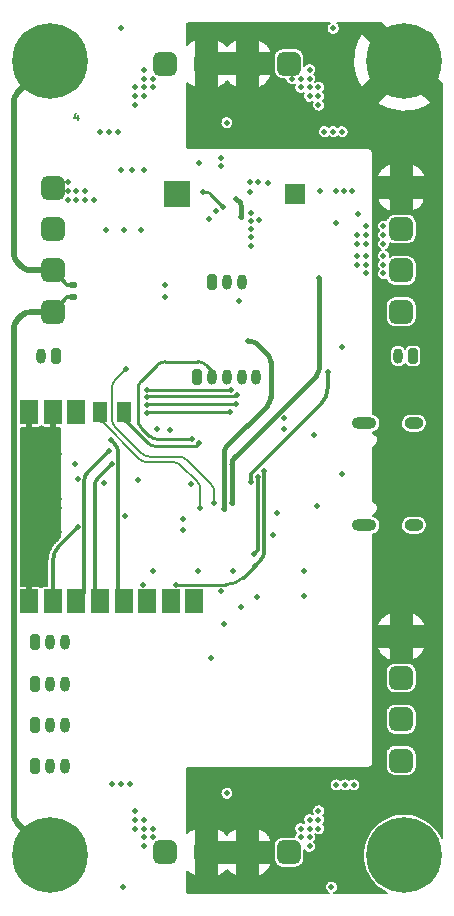
<source format=gbr>
%TF.GenerationSoftware,KiCad,Pcbnew,(5.99.0-7167-g34dbce6bce)*%
%TF.CreationDate,2021-01-04T09:35:53+03:00*%
%TF.ProjectId,ANV,414e562e-6b69-4636-9164-5f7063625858,rev?*%
%TF.SameCoordinates,Original*%
%TF.FileFunction,Copper,L4,Bot*%
%TF.FilePolarity,Positive*%
%FSLAX46Y46*%
G04 Gerber Fmt 4.6, Leading zero omitted, Abs format (unit mm)*
G04 Created by KiCad (PCBNEW (5.99.0-7167-g34dbce6bce)) date 2021-01-04 09:35:53*
%MOMM*%
%LPD*%
G01*
G04 APERTURE LIST*
G04 Aperture macros list*
%AMRoundRect*
0 Rectangle with rounded corners*
0 $1 Rounding radius*
0 $2 $3 $4 $5 $6 $7 $8 $9 X,Y pos of 4 corners*
0 Add a 4 corners polygon primitive as box body*
4,1,4,$2,$3,$4,$5,$6,$7,$8,$9,$2,$3,0*
0 Add four circle primitives for the rounded corners*
1,1,$1+$1,$2,$3,0*
1,1,$1+$1,$4,$5,0*
1,1,$1+$1,$6,$7,0*
1,1,$1+$1,$8,$9,0*
0 Add four rect primitives between the rounded corners*
20,1,$1+$1,$2,$3,$4,$5,0*
20,1,$1+$1,$4,$5,$6,$7,0*
20,1,$1+$1,$6,$7,$8,$9,0*
20,1,$1+$1,$8,$9,$2,$3,0*%
G04 Aperture macros list end*
%ADD10C,0.140000*%
%TA.AperFunction,ComponentPad*%
%ADD11RoundRect,0.200000X-0.200000X-0.450000X0.200000X-0.450000X0.200000X0.450000X-0.200000X0.450000X0*%
%TD*%
%TA.AperFunction,ComponentPad*%
%ADD12O,0.800000X1.300000*%
%TD*%
%TA.AperFunction,ComponentPad*%
%ADD13C,0.800000*%
%TD*%
%TA.AperFunction,ComponentPad*%
%ADD14C,6.400000*%
%TD*%
%TA.AperFunction,ComponentPad*%
%ADD15RoundRect,0.200000X0.200000X0.450000X-0.200000X0.450000X-0.200000X-0.450000X0.200000X-0.450000X0*%
%TD*%
%TA.AperFunction,ComponentPad*%
%ADD16RoundRect,0.500000X-0.500000X-0.500000X0.500000X-0.500000X0.500000X0.500000X-0.500000X0.500000X0*%
%TD*%
%TA.AperFunction,ComponentPad*%
%ADD17RoundRect,0.500000X0.500000X-0.500000X0.500000X0.500000X-0.500000X0.500000X-0.500000X-0.500000X0*%
%TD*%
%TA.AperFunction,SMDPad,CuDef*%
%ADD18R,2.300000X2.300000*%
%TD*%
%TA.AperFunction,ComponentPad*%
%ADD19C,0.600000*%
%TD*%
%TA.AperFunction,SMDPad,CuDef*%
%ADD20R,1.680000X1.680000*%
%TD*%
%TA.AperFunction,ComponentPad*%
%ADD21C,0.500000*%
%TD*%
%TA.AperFunction,ComponentPad*%
%ADD22O,1.600000X1.000000*%
%TD*%
%TA.AperFunction,ComponentPad*%
%ADD23O,2.100000X1.000000*%
%TD*%
%TA.AperFunction,ComponentPad*%
%ADD24RoundRect,0.500000X0.500000X0.500000X-0.500000X0.500000X-0.500000X-0.500000X0.500000X-0.500000X0*%
%TD*%
%TA.AperFunction,ComponentPad*%
%ADD25RoundRect,0.500000X-0.500000X0.500000X-0.500000X-0.500000X0.500000X-0.500000X0.500000X0.500000X0*%
%TD*%
%TA.AperFunction,SMDPad,CuDef*%
%ADD26RoundRect,0.135000X0.185000X-0.135000X0.185000X0.135000X-0.185000X0.135000X-0.185000X-0.135000X0*%
%TD*%
%TA.AperFunction,SMDPad,CuDef*%
%ADD27R,1.500000X2.000000*%
%TD*%
%TA.AperFunction,SMDPad,CuDef*%
%ADD28R,1.300000X1.800000*%
%TD*%
%TA.AperFunction,ViaPad*%
%ADD29C,0.500000*%
%TD*%
%TA.AperFunction,Conductor*%
%ADD30C,0.400000*%
%TD*%
%TA.AperFunction,Conductor*%
%ADD31C,0.300000*%
%TD*%
%TA.AperFunction,Conductor*%
%ADD32C,0.250000*%
%TD*%
%TA.AperFunction,Conductor*%
%ADD33C,0.200000*%
%TD*%
%TA.AperFunction,Conductor*%
%ADD34C,0.500000*%
%TD*%
G04 APERTURE END LIST*
D10*
X21606666Y-23880000D02*
X21606666Y-24253333D01*
X21473333Y-23666666D02*
X21340000Y-24066666D01*
X21686666Y-24066666D01*
D11*
%TO.P,J15,1,Pin_1*%
%TO.N,GND*%
X18000000Y-72000000D03*
D12*
%TO.P,J15,2,Pin_2*%
%TO.N,+5V*%
X19250000Y-72000000D03*
%TO.P,J15,3,Pin_3*%
%TO.N,A3*%
X20500000Y-72000000D03*
%TD*%
D13*
%TO.P,H3,1,1*%
%TO.N,GND*%
X51650000Y-86510000D03*
X46850000Y-86510000D03*
X50947056Y-84812944D03*
X47552944Y-84812944D03*
X49250000Y-84110000D03*
X49250000Y-88910000D03*
X47552944Y-88207056D03*
X50947056Y-88207056D03*
D14*
X49250000Y-86510000D03*
%TD*%
D11*
%TO.P,J1,1,Pin_1*%
%TO.N,GND*%
X31750000Y-46000000D03*
D12*
%TO.P,J1,2,Pin_2*%
%TO.N,Reset*%
X33000000Y-46000000D03*
%TO.P,J1,3,Pin_3*%
%TO.N,B3*%
X34250000Y-46000000D03*
%TO.P,J1,4,Pin_4*%
%TO.N,SWCLK*%
X35500000Y-46000000D03*
%TO.P,J1,5,Pin_5*%
%TO.N,SWDIO*%
X36750000Y-46000000D03*
%TD*%
D15*
%TO.P,J9,1,Pin_1*%
%TO.N,led_out*%
X19749999Y-44250000D03*
D12*
%TO.P,J9,2,Pin_2*%
%TO.N,GND*%
X18499999Y-44250000D03*
%TD*%
D13*
%TO.P,H1,1,1*%
%TO.N,can_L*%
X20947056Y-20947056D03*
X19250000Y-21650000D03*
X16850000Y-19250000D03*
X20947056Y-17552944D03*
X21650000Y-19250000D03*
X17552944Y-17552944D03*
X19250000Y-16850000D03*
D14*
X19250000Y-19250000D03*
D13*
X17552944Y-20947056D03*
%TD*%
D11*
%TO.P,J19,1,Pin_1*%
%TO.N,GND*%
X18000000Y-79000000D03*
D12*
%TO.P,J19,2,Pin_2*%
%TO.N,+5V*%
X19250000Y-79000000D03*
%TO.P,J19,3,Pin_3*%
%TO.N,A7*%
X20500000Y-79000000D03*
%TD*%
D16*
%TO.P,J13,1,Pin_1*%
%TO.N,Batt_Pyro*%
X36000000Y-86260000D03*
%TO.P,J13,2,Pin_2*%
%TO.N,pyro4_out*%
X39500000Y-86260000D03*
%TD*%
D11*
%TO.P,J18,1,Pin_1*%
%TO.N,GND*%
X18000000Y-75500000D03*
D12*
%TO.P,J18,2,Pin_2*%
%TO.N,+5V*%
X19250000Y-75500000D03*
%TO.P,J18,3,Pin_3*%
%TO.N,A5*%
X20500000Y-75500000D03*
%TD*%
D17*
%TO.P,J17,1,Pin_1*%
%TO.N,GND*%
X49000000Y-78500000D03*
%TO.P,J17,2,Pin_2*%
%TO.N,+3V3*%
X49000000Y-75000000D03*
%TD*%
D18*
%TO.P,U4,11,PGND*%
%TO.N,GND*%
X30001000Y-30500000D03*
D19*
X29500000Y-30000000D03*
X30000000Y-30500000D03*
X30500000Y-31000000D03*
X29500000Y-31000000D03*
X30500000Y-30000000D03*
%TD*%
D16*
%TO.P,J12,1,Pin_1*%
%TO.N,pyro3_out*%
X29000000Y-86260000D03*
%TO.P,J12,2,Pin_2*%
%TO.N,Batt_Pyro*%
X32500000Y-86260000D03*
%TD*%
D13*
%TO.P,H2,1,1*%
%TO.N,can_H*%
X17552944Y-88207056D03*
X21650000Y-86510000D03*
X17552944Y-84812944D03*
X20947056Y-84812944D03*
D14*
X19250000Y-86510000D03*
D13*
X20947056Y-88207056D03*
X19250000Y-88910000D03*
X16850000Y-86510000D03*
X19250000Y-84110000D03*
%TD*%
D20*
%TO.P,U3,17,THERMAL_PAD*%
%TO.N,GND*%
X40000000Y-30500000D03*
D21*
X39410000Y-31090000D03*
X39410000Y-29910000D03*
X40590000Y-29910000D03*
X40590000Y-31090000D03*
%TD*%
D17*
%TO.P,J16,1,Pin_1*%
%TO.N,GND*%
X49000000Y-71500000D03*
%TO.P,J16,2,Pin_2*%
%TO.N,Batt_Pyro*%
X49000000Y-68000000D03*
%TD*%
D11*
%TO.P,J14,1,Pin_1*%
%TO.N,GND*%
X18000000Y-68500000D03*
D12*
%TO.P,J14,2,Pin_2*%
%TO.N,+5V*%
X19250000Y-68500000D03*
%TO.P,J14,3,Pin_3*%
%TO.N,A2*%
X20500000Y-68500000D03*
%TD*%
D22*
%TO.P,J4,S1,SHIELD*%
%TO.N,GND*%
X50075000Y-49930000D03*
D23*
X45895000Y-49930000D03*
X45895000Y-58570000D03*
D22*
X50075000Y-58570000D03*
%TD*%
D24*
%TO.P,J10,1,Pin_1*%
%TO.N,Batt_Pyro*%
X32499999Y-19500000D03*
%TO.P,J10,2,Pin_2*%
%TO.N,pyro1_out*%
X28999999Y-19500000D03*
%TD*%
D15*
%TO.P,J6,1,Pin_1*%
%TO.N,GND*%
X50000000Y-44250000D03*
D12*
%TO.P,J6,2,Pin_2*%
%TO.N,buzzer_out*%
X48750000Y-44250000D03*
%TD*%
D17*
%TO.P,J2,1,Pin_1*%
%TO.N,GND*%
X49000000Y-40500000D03*
%TO.P,J2,2,Pin_2*%
%TO.N,Net-(J2-Pad2)*%
X49000000Y-37000000D03*
%TD*%
D24*
%TO.P,J11,1,Pin_1*%
%TO.N,pyro2_out*%
X39500000Y-19500000D03*
%TO.P,J11,2,Pin_2*%
%TO.N,Batt_Pyro*%
X36000000Y-19500000D03*
%TD*%
D25*
%TO.P,J8,1,Pin_1*%
%TO.N,can_L*%
X19500000Y-37000000D03*
%TO.P,J8,2,Pin_2*%
%TO.N,can_H*%
X19500000Y-40500000D03*
%TD*%
D17*
%TO.P,J3,1,Pin_1*%
%TO.N,Net-(J3-Pad1)*%
X49000000Y-33500000D03*
%TO.P,J3,2,Pin_2*%
%TO.N,Batt_Pyro*%
X49000000Y-30000000D03*
%TD*%
D13*
%TO.P,H4,1,1*%
%TO.N,Batt_Pyro*%
X46850000Y-19250000D03*
X51650000Y-19250000D03*
X49250000Y-16850000D03*
X50947056Y-20947056D03*
D14*
X49250000Y-19250000D03*
D13*
X50947056Y-17552944D03*
X47552944Y-17552944D03*
X49250000Y-21650000D03*
X47552944Y-20947056D03*
%TD*%
D11*
%TO.P,J5,1,Pin_1*%
%TO.N,en*%
X33000000Y-38000000D03*
D12*
%TO.P,J5,2,Pin_2*%
%TO.N,GND*%
X34250000Y-38000000D03*
%TO.P,J5,3,Pin_3*%
%TO.N,Batt_+*%
X35500000Y-38000000D03*
%TD*%
D25*
%TO.P,J7,1,Pin_1*%
%TO.N,+5V*%
X19500000Y-30000000D03*
%TO.P,J7,2,Pin_2*%
%TO.N,GND*%
X19500000Y-33500000D03*
%TD*%
D26*
%TO.P,R44,1*%
%TO.N,can_H*%
X21250000Y-39260000D03*
%TO.P,R44,2*%
%TO.N,can_L*%
X21250000Y-38240000D03*
%TD*%
D27*
%TO.P,U12,1,GND*%
%TO.N,GND*%
X17500000Y-49000000D03*
%TO.P,U12,2,GND*%
X19500000Y-49000000D03*
%TO.P,U12,3,VDD*%
%TO.N,+3V3*%
X21500000Y-49000000D03*
D28*
%TO.P,U12,4,~RESET*%
%TO.N,lora_reset*%
X23500000Y-49000000D03*
%TO.P,U12,5,DIO0*%
%TO.N,A15*%
X25500000Y-49000000D03*
D27*
%TO.P,U12,9,GND*%
%TO.N,GND*%
X31500000Y-65000000D03*
%TO.P,U12,10*%
%TO.N,N/C*%
X29500000Y-65000000D03*
%TO.P,U12,11*%
X27500000Y-65000000D03*
%TO.P,U12,12,SCK*%
%TO.N,C13*%
X25500000Y-65000000D03*
%TO.P,U12,13,MISO*%
%TO.N,C15*%
X23500000Y-65000000D03*
%TO.P,U12,14,MOSI*%
%TO.N,C14*%
X21500000Y-65000000D03*
%TO.P,U12,15,~NSS*%
%TO.N,A1*%
X19500000Y-65000000D03*
%TO.P,U12,16,GND*%
%TO.N,GND*%
X17500000Y-65000000D03*
%TD*%
D29*
%TO.N,*%
X29000000Y-65750000D03*
X28000000Y-65750000D03*
%TO.N,Batt_+*%
X35471232Y-32471232D03*
X35050000Y-30950000D03*
%TO.N,Net-(J2-Pad2)*%
X45250000Y-35750000D03*
X46000000Y-36500000D03*
X46000000Y-37250000D03*
X47500000Y-36500000D03*
X47500000Y-37250000D03*
X46000000Y-35750000D03*
X47500000Y-35750000D03*
X45250000Y-36500000D03*
%TO.N,GND*%
X32750000Y-32650000D03*
X45000002Y-80559999D03*
X33750000Y-28200000D03*
X28020000Y-62470000D03*
X24499999Y-80509998D03*
X39080000Y-49520000D03*
X25270000Y-28520000D03*
X43500002Y-80559999D03*
X44250002Y-80559999D03*
X43450000Y-30250000D03*
X25249999Y-80509998D03*
X42500000Y-25250000D03*
X25450000Y-89210000D03*
X44000000Y-25250000D03*
X30550000Y-58950000D03*
X32000000Y-65000000D03*
X24250000Y-25250000D03*
X25000000Y-25250000D03*
X38115000Y-59365000D03*
X44850000Y-30250000D03*
X25999999Y-80509998D03*
X35420000Y-65500000D03*
X20050000Y-52550000D03*
X31000000Y-65750000D03*
X33350000Y-31950000D03*
X36200000Y-29550000D03*
X29000000Y-39250000D03*
X20050000Y-57150000D03*
X27250000Y-28500000D03*
X44150000Y-30250000D03*
X24000000Y-33550000D03*
X43250000Y-16500000D03*
X34780000Y-62420000D03*
X23500000Y-25250000D03*
X26250000Y-28500000D03*
X34010000Y-66960000D03*
X23800000Y-55000000D03*
X40770000Y-64550000D03*
X28290000Y-50397995D03*
X26750000Y-54750000D03*
X43250000Y-25250000D03*
X31170451Y-55049213D03*
X31760000Y-62450000D03*
X19000000Y-49750000D03*
X20050000Y-56350000D03*
X20050000Y-59150000D03*
X36900000Y-29550000D03*
X27000000Y-33550000D03*
X19700000Y-49750000D03*
X44004990Y-54250835D03*
X36200000Y-30350000D03*
X43500000Y-32950000D03*
X43100000Y-89210000D03*
X25500000Y-33550000D03*
X25250000Y-16500000D03*
X33750000Y-27500000D03*
X21600000Y-54700000D03*
%TO.N,B1*%
X34660000Y-56660000D03*
X42080000Y-37600000D03*
%TO.N,+3V3*%
X36300000Y-32100000D03*
X35250000Y-39550000D03*
X37700000Y-29600000D03*
X41650000Y-50950000D03*
X21700000Y-49750000D03*
X36300000Y-34200000D03*
X45350000Y-32250000D03*
X36300000Y-33500000D03*
X25650000Y-57750000D03*
X36770000Y-64620000D03*
X36300000Y-32800000D03*
X37000000Y-32750000D03*
X41880000Y-56960000D03*
X34250000Y-81260000D03*
X30530000Y-58020000D03*
X36300000Y-34900000D03*
X33740000Y-64130000D03*
X38500000Y-57550000D03*
X32880000Y-69810000D03*
X40740000Y-62470000D03*
X34250000Y-24500000D03*
X29000000Y-38250000D03*
X21385000Y-53385000D03*
X29470000Y-50480000D03*
X42145641Y-30292835D03*
X39100000Y-50450000D03*
X21000000Y-49750000D03*
X27110000Y-63600001D03*
%TO.N,C14*%
X24250000Y-52300000D03*
X21250000Y-64500000D03*
%TO.N,Net-(J3-Pad1)*%
X45250000Y-34000000D03*
X47500000Y-33250000D03*
X46000000Y-33250000D03*
X46000000Y-34750000D03*
X47500000Y-34750000D03*
X45250000Y-34750000D03*
X47500000Y-34000000D03*
X46000000Y-34000000D03*
%TO.N,B0*%
X33999713Y-57180818D03*
X36060000Y-43010000D03*
%TO.N,B7*%
X34586091Y-47113909D03*
X27500000Y-47100000D03*
%TO.N,B5*%
X34975000Y-48285141D03*
X27500000Y-48400006D03*
%TO.N,pyro4_out*%
X42000000Y-82760000D03*
X41250000Y-83510000D03*
X41250000Y-85000000D03*
X42000000Y-83510000D03*
X40500000Y-84260000D03*
X42000000Y-84260000D03*
X41250000Y-84260000D03*
X41250000Y-85750000D03*
X40500000Y-85000000D03*
%TO.N,A6*%
X33185520Y-56654480D03*
X25720000Y-45350000D03*
%TO.N,pyro3_out*%
X27250000Y-84260000D03*
X28000000Y-84260000D03*
X26500000Y-83510000D03*
X26500000Y-84260000D03*
X28000000Y-85010000D03*
X27250000Y-83510000D03*
X27250000Y-85760000D03*
X27250000Y-85010000D03*
X26500000Y-82760000D03*
%TO.N,pyro2_out*%
X39750000Y-20750000D03*
X41250000Y-21500000D03*
X42000000Y-21500000D03*
X40500000Y-21500000D03*
X40500000Y-20750000D03*
X42000000Y-22250000D03*
X41250000Y-22250000D03*
X41250000Y-20000000D03*
X42000000Y-23000000D03*
X41250000Y-20750000D03*
%TO.N,pyro1_out*%
X27250000Y-20000000D03*
X26500000Y-21500000D03*
X26500000Y-22250000D03*
X28000000Y-20750000D03*
X27250000Y-22250000D03*
X28000000Y-21500000D03*
X27250000Y-21500000D03*
X27250000Y-20750000D03*
X26500000Y-23000000D03*
%TO.N,C13*%
X24400020Y-51349980D03*
%TO.N,Reset*%
X31300000Y-51300000D03*
%TO.N,A10*%
X36626914Y-62000000D03*
X37400000Y-53970000D03*
X29956883Y-63600001D03*
%TO.N,A9*%
X36540000Y-61010000D03*
X36860000Y-54470000D03*
%TO.N,B4*%
X27500000Y-47750003D03*
X35061091Y-47588909D03*
%TO.N,B6*%
X27500000Y-49050009D03*
X34475000Y-48950000D03*
%TO.N,A8*%
X42800000Y-45590000D03*
X36310000Y-54900000D03*
%TO.N,en*%
X33950000Y-31600000D03*
X32250000Y-30350000D03*
%TO.N,+5V*%
X21500000Y-30250000D03*
X23000000Y-31000000D03*
X22250000Y-31000000D03*
X22250000Y-30250000D03*
X31909999Y-27899999D03*
X44000000Y-43500000D03*
X20750000Y-31000000D03*
X20750000Y-30250000D03*
X21500000Y-31000000D03*
X20750000Y-29500000D03*
%TO.N,lora_reset*%
X32000000Y-57100000D03*
X23545000Y-49705000D03*
%TO.N,A15*%
X25585000Y-49665000D03*
X31880000Y-51650000D03*
%TO.N,A1*%
X21600000Y-58750000D03*
%TO.N,C15*%
X23750000Y-65500000D03*
X24500000Y-53400000D03*
%TD*%
D30*
%TO.N,Batt_+*%
X35324786Y-31224786D02*
X35050000Y-30950000D01*
X35471232Y-32471232D02*
X35471232Y-31578339D01*
X35471231Y-31578339D02*
G75*
G03*
X35324786Y-31224786I-500001J0D01*
G01*
%TO.N,B1*%
X42080000Y-37600000D02*
X42080000Y-45217784D01*
X41787107Y-45924891D02*
X34952893Y-52759105D01*
X34660000Y-53466212D02*
X34660000Y-56660000D01*
X41787107Y-45924891D02*
G75*
G03*
X42080000Y-45217784I-707106J707106D01*
G01*
X34952893Y-52759105D02*
G75*
G03*
X34660000Y-53466212I707106J-707106D01*
G01*
D31*
%TO.N,C14*%
X24250000Y-52300000D02*
X22442893Y-54107107D01*
X22150000Y-64350000D02*
X21500000Y-65000000D01*
X22150000Y-54814214D02*
X22150000Y-64350000D01*
X22150001Y-54814214D02*
G75*
G02*
X22442894Y-54107108I999993J3D01*
G01*
D30*
%TO.N,B0*%
X37657107Y-44057107D02*
X36902893Y-43302893D01*
X37950000Y-47735786D02*
X37950000Y-44764214D01*
X33999713Y-57180818D02*
X33999713Y-52514501D01*
X34292606Y-51807394D02*
X37657107Y-48442893D01*
X36195786Y-43010000D02*
X36060000Y-43010000D01*
X33999714Y-52514501D02*
G75*
G02*
X34292607Y-51807395I999993J3D01*
G01*
X36195786Y-43010001D02*
G75*
G02*
X36902892Y-43302894I3J-999993D01*
G01*
X37657107Y-48442893D02*
G75*
G03*
X37950000Y-47735786I-707106J707106D01*
G01*
X37657107Y-44057107D02*
G75*
G02*
X37950000Y-44764214I-707106J-707106D01*
G01*
D32*
%TO.N,B7*%
X34586091Y-47113909D02*
X27513909Y-47113909D01*
X27513909Y-47113909D02*
X27500000Y-47100000D01*
%TO.N,B5*%
X34975000Y-48285141D02*
X27614865Y-48285141D01*
X27614865Y-48285141D02*
X27500000Y-48400006D01*
D33*
%TO.N,A6*%
X32892627Y-55102627D02*
X30852893Y-53062893D01*
X30145786Y-52770000D02*
X27714214Y-52770000D01*
X33185520Y-56654480D02*
X33185520Y-55809734D01*
X24500000Y-49555786D02*
X24500000Y-46984214D01*
X27007107Y-52477107D02*
X24792893Y-50262893D01*
X24792893Y-46277107D02*
X25720000Y-45350000D01*
X32892627Y-55102627D02*
G75*
G02*
X33185520Y-55809734I-707106J-707106D01*
G01*
X24500001Y-46984214D02*
G75*
G02*
X24792894Y-46277108I999993J3D01*
G01*
X30852893Y-53062893D02*
G75*
G03*
X30145786Y-52770000I-707106J-707106D01*
G01*
X27714214Y-52769999D02*
G75*
G02*
X27007108Y-52477106I-3J999993D01*
G01*
X24500001Y-49555786D02*
G75*
G03*
X24792894Y-50262892I999993J-3D01*
G01*
D31*
%TO.N,C13*%
X24400020Y-51349980D02*
X24757108Y-51707068D01*
X25050001Y-64550001D02*
X25500000Y-65000000D01*
X25050001Y-52414175D02*
X25050001Y-64550001D01*
X25050000Y-52414175D02*
G75*
G03*
X24757107Y-51707069I-999993J3D01*
G01*
D32*
%TO.N,Reset*%
X31300000Y-51300000D02*
X28394214Y-51300000D01*
X33000000Y-45530000D02*
X33000000Y-46000000D01*
X32482893Y-45012893D02*
X33000000Y-45530000D01*
X27012893Y-46337107D02*
X28337107Y-45012893D01*
X26720000Y-49625786D02*
X26720000Y-47044214D01*
X27687107Y-51007107D02*
X27012893Y-50332893D01*
X29044214Y-44720000D02*
X31775786Y-44720000D01*
X26720001Y-49625786D02*
G75*
G03*
X27012894Y-50332892I999993J-3D01*
G01*
X27012893Y-46337107D02*
G75*
G03*
X26720000Y-47044214I707106J-707106D01*
G01*
X28337107Y-45012893D02*
G75*
G02*
X29044214Y-44720000I707106J-707106D01*
G01*
X31775786Y-44720001D02*
G75*
G02*
X32482892Y-45012894I3J-999993D01*
G01*
X28394214Y-51299999D02*
G75*
G02*
X27687108Y-51007106I-3J999993D01*
G01*
D31*
%TO.N,A10*%
X37410001Y-53980001D02*
X37410001Y-60802699D01*
D32*
X35612699Y-63014215D02*
X36626914Y-62000000D01*
D31*
X37400000Y-53970000D02*
X37410001Y-53980001D01*
D32*
X29956883Y-63600001D02*
X34198486Y-63600001D01*
D31*
X37117108Y-61509806D02*
X36626914Y-62000000D01*
D32*
X35612699Y-63014215D02*
G75*
G02*
X34198486Y-63600001I-1414213J1414214D01*
G01*
D31*
X37117108Y-61509806D02*
G75*
G03*
X37410001Y-60802699I-707106J707106D01*
G01*
%TO.N,A9*%
X36860000Y-60690000D02*
X36540000Y-61010000D01*
X36860000Y-54470000D02*
X36860000Y-60690000D01*
D32*
%TO.N,B4*%
X35011090Y-47638910D02*
X27611093Y-47638910D01*
X35061091Y-47588909D02*
X35011090Y-47638910D01*
X27611093Y-47638910D02*
X27500000Y-47750003D01*
%TO.N,B6*%
X27600009Y-48950000D02*
X27500000Y-49050009D01*
X34475000Y-48950000D02*
X27600009Y-48950000D01*
D34*
%TO.N,can_L*%
X16200010Y-35585796D02*
X16200010Y-22714204D01*
X19500000Y-37000000D02*
X17614214Y-37000000D01*
X16907107Y-36707107D02*
X16492903Y-36292903D01*
D31*
X21250000Y-38240000D02*
X20740000Y-38240000D01*
D34*
X16492903Y-22007097D02*
X19250000Y-19250000D01*
D31*
X20740000Y-38240000D02*
X19500000Y-37000000D01*
D34*
X16200011Y-35585796D02*
G75*
G03*
X16492904Y-36292902I999993J-3D01*
G01*
X16492903Y-22007097D02*
G75*
G03*
X16200010Y-22714204I707106J-707106D01*
G01*
X16907107Y-36707107D02*
G75*
G03*
X17614214Y-37000000I707106J707106D01*
G01*
%TO.N,can_H*%
X16492893Y-83752893D02*
X19250000Y-86510000D01*
D31*
X21250000Y-39260000D02*
X20740000Y-39260000D01*
X20740000Y-39260000D02*
X19500000Y-40500000D01*
D34*
X16200000Y-83045786D02*
X16200000Y-41914214D01*
X16907107Y-40792893D02*
X16492893Y-41207107D01*
X19500000Y-40500000D02*
X17614214Y-40500000D01*
X17614214Y-40500001D02*
G75*
G03*
X16907108Y-40792894I-3J-999993D01*
G01*
X16492893Y-83752893D02*
G75*
G02*
X16200000Y-83045786I707106J707106D01*
G01*
X16492893Y-41207107D02*
G75*
G03*
X16200000Y-41914214I707106J-707106D01*
G01*
D31*
%TO.N,A8*%
X36310000Y-54205998D02*
X42214213Y-48301785D01*
X36310000Y-54900000D02*
X36310000Y-54205998D01*
X42800000Y-46887571D02*
X42800000Y-45590000D01*
X42214213Y-48301785D02*
G75*
G03*
X42800000Y-46887571I-1414213J1414214D01*
G01*
D32*
%TO.N,en*%
X33950000Y-31600000D02*
X32846447Y-30496447D01*
X32492893Y-30350000D02*
X32250000Y-30350000D01*
X32846447Y-30496447D02*
G75*
G03*
X32492893Y-30350000I-353553J-353550D01*
G01*
D33*
%TO.N,lora_reset*%
X23500000Y-49000000D02*
X23500000Y-49660000D01*
X29677026Y-53230000D02*
X27480000Y-53230000D01*
X23545000Y-49705000D02*
X26777107Y-52937107D01*
X30384133Y-53522893D02*
X31707107Y-54845867D01*
X32000000Y-55552974D02*
X32000000Y-57100000D01*
X23500000Y-49660000D02*
X23545000Y-49705000D01*
X26777107Y-52937107D02*
G75*
G03*
X27484214Y-53230000I707106J707106D01*
G01*
X31707107Y-54845867D02*
G75*
G02*
X32000000Y-55552974I-707106J-707106D01*
G01*
X29677026Y-53230001D02*
G75*
G02*
X30384132Y-53522894I3J-999993D01*
G01*
D32*
%TO.N,A15*%
X31880000Y-51650000D02*
X31630001Y-51899999D01*
X25585000Y-49665000D02*
X25500000Y-49580000D01*
X25500000Y-49580000D02*
X25500000Y-49000000D01*
X31630001Y-51899999D02*
X28234213Y-51899999D01*
X27527106Y-51607106D02*
X25585000Y-49665000D01*
X28234213Y-51899998D02*
G75*
G02*
X27527107Y-51607105I-3J999993D01*
G01*
D31*
%TO.N,A1*%
X21600000Y-58750000D02*
X20085787Y-60264213D01*
X19500000Y-61678427D02*
X19500000Y-65000000D01*
X19500001Y-61678427D02*
G75*
G02*
X20085788Y-60264214I1999999J0D01*
G01*
%TO.N,C15*%
X24500000Y-53400000D02*
X23352893Y-54547107D01*
X23060000Y-55254214D02*
X23060000Y-64560000D01*
X23060000Y-64560000D02*
X23500000Y-65000000D01*
X23352893Y-54547107D02*
G75*
G03*
X23060000Y-55254214I707106J-707106D01*
G01*
%TD*%
%TO.N,GND*%
D33*
X19651000Y-48849001D02*
X19650999Y-50205000D01*
X19669906Y-50263191D01*
X19719406Y-50299155D01*
X19749999Y-50304000D01*
X20151000Y-50304000D01*
X20151000Y-59563311D01*
X19831241Y-59883070D01*
X19830422Y-59883477D01*
X19809754Y-59897226D01*
X19806527Y-59900015D01*
X19800310Y-59905876D01*
X19704132Y-60004718D01*
X19696292Y-60009838D01*
X19677372Y-60025913D01*
X19674494Y-60029060D01*
X19669009Y-60035603D01*
X19650101Y-60060244D01*
X19647751Y-60062659D01*
X19637383Y-60075240D01*
X19625880Y-60091810D01*
X19503440Y-60251377D01*
X19493928Y-60259544D01*
X19477270Y-60277949D01*
X19474827Y-60281445D01*
X19470240Y-60288653D01*
X19456272Y-60312846D01*
X19456119Y-60313046D01*
X19447288Y-60326763D01*
X19435924Y-60348091D01*
X19334253Y-60524189D01*
X19325888Y-60533529D01*
X19311778Y-60553945D01*
X19309812Y-60557730D01*
X19306203Y-60565479D01*
X19295511Y-60591293D01*
X19295387Y-60591507D01*
X19288421Y-60606259D01*
X19279940Y-60628882D01*
X19202120Y-60816757D01*
X19195049Y-60827103D01*
X19183723Y-60849188D01*
X19182268Y-60853197D01*
X19179703Y-60861348D01*
X19172472Y-60888331D01*
X19172372Y-60888574D01*
X19167394Y-60904103D01*
X19161934Y-60927661D01*
X19109309Y-61124056D01*
X19103646Y-61135244D01*
X19095300Y-61158621D01*
X19094381Y-61162785D01*
X19092902Y-61171199D01*
X19089255Y-61198902D01*
X19089190Y-61199144D01*
X19086281Y-61215190D01*
X19083942Y-61239261D01*
X19057809Y-61437766D01*
X19054587Y-61446556D01*
X19049032Y-61470745D01*
X19048606Y-61474989D01*
X19048120Y-61483524D01*
X19047695Y-61514583D01*
X19047256Y-61517922D01*
X19046467Y-61534209D01*
X19047153Y-61554344D01*
X19045132Y-61702256D01*
X19046254Y-61718527D01*
X19050500Y-61746381D01*
X19050501Y-63695500D01*
X18750000Y-63695500D01*
X18730686Y-63697402D01*
X18652045Y-63713045D01*
X18616357Y-63727828D01*
X18549688Y-63772375D01*
X18522375Y-63799688D01*
X18499706Y-63833615D01*
X18477273Y-63800042D01*
X18449958Y-63772727D01*
X18383451Y-63728289D01*
X18347764Y-63713507D01*
X18269314Y-63697902D01*
X18250000Y-63696000D01*
X17750000Y-63696000D01*
X17691809Y-63714907D01*
X17655845Y-63764407D01*
X17651000Y-63795000D01*
X17650999Y-65151000D01*
X17349000Y-65150999D01*
X17349001Y-63795000D01*
X17330094Y-63736809D01*
X17280594Y-63700845D01*
X17250001Y-63696000D01*
X16849000Y-63696000D01*
X16849000Y-50304000D01*
X17250000Y-50304000D01*
X17308191Y-50285093D01*
X17344155Y-50235593D01*
X17349000Y-50205000D01*
X17349001Y-48849000D01*
X17651000Y-48849001D01*
X17650999Y-50205000D01*
X17669906Y-50263191D01*
X17719406Y-50299155D01*
X17749999Y-50304000D01*
X18250000Y-50304000D01*
X18269314Y-50302098D01*
X18347764Y-50286493D01*
X18383451Y-50271711D01*
X18449958Y-50227273D01*
X18477273Y-50199958D01*
X18500000Y-50165944D01*
X18522727Y-50199958D01*
X18550042Y-50227273D01*
X18616549Y-50271711D01*
X18652236Y-50286493D01*
X18730686Y-50302098D01*
X18750000Y-50304000D01*
X19250000Y-50304000D01*
X19308191Y-50285093D01*
X19344155Y-50235593D01*
X19349000Y-50205000D01*
X19349001Y-48849000D01*
X19651000Y-48849001D01*
%TA.AperFunction,Conductor*%
G36*
X19651000Y-48849001D02*
G01*
X19650999Y-50205000D01*
X19669906Y-50263191D01*
X19719406Y-50299155D01*
X19749999Y-50304000D01*
X20151000Y-50304000D01*
X20151000Y-59563311D01*
X19831241Y-59883070D01*
X19830422Y-59883477D01*
X19809754Y-59897226D01*
X19806527Y-59900015D01*
X19800310Y-59905876D01*
X19704132Y-60004718D01*
X19696292Y-60009838D01*
X19677372Y-60025913D01*
X19674494Y-60029060D01*
X19669009Y-60035603D01*
X19650101Y-60060244D01*
X19647751Y-60062659D01*
X19637383Y-60075240D01*
X19625880Y-60091810D01*
X19503440Y-60251377D01*
X19493928Y-60259544D01*
X19477270Y-60277949D01*
X19474827Y-60281445D01*
X19470240Y-60288653D01*
X19456272Y-60312846D01*
X19456119Y-60313046D01*
X19447288Y-60326763D01*
X19435924Y-60348091D01*
X19334253Y-60524189D01*
X19325888Y-60533529D01*
X19311778Y-60553945D01*
X19309812Y-60557730D01*
X19306203Y-60565479D01*
X19295511Y-60591293D01*
X19295387Y-60591507D01*
X19288421Y-60606259D01*
X19279940Y-60628882D01*
X19202120Y-60816757D01*
X19195049Y-60827103D01*
X19183723Y-60849188D01*
X19182268Y-60853197D01*
X19179703Y-60861348D01*
X19172472Y-60888331D01*
X19172372Y-60888574D01*
X19167394Y-60904103D01*
X19161934Y-60927661D01*
X19109309Y-61124056D01*
X19103646Y-61135244D01*
X19095300Y-61158621D01*
X19094381Y-61162785D01*
X19092902Y-61171199D01*
X19089255Y-61198902D01*
X19089190Y-61199144D01*
X19086281Y-61215190D01*
X19083942Y-61239261D01*
X19057809Y-61437766D01*
X19054587Y-61446556D01*
X19049032Y-61470745D01*
X19048606Y-61474989D01*
X19048120Y-61483524D01*
X19047695Y-61514583D01*
X19047256Y-61517922D01*
X19046467Y-61534209D01*
X19047153Y-61554344D01*
X19045132Y-61702256D01*
X19046254Y-61718527D01*
X19050500Y-61746381D01*
X19050501Y-63695500D01*
X18750000Y-63695500D01*
X18730686Y-63697402D01*
X18652045Y-63713045D01*
X18616357Y-63727828D01*
X18549688Y-63772375D01*
X18522375Y-63799688D01*
X18499706Y-63833615D01*
X18477273Y-63800042D01*
X18449958Y-63772727D01*
X18383451Y-63728289D01*
X18347764Y-63713507D01*
X18269314Y-63697902D01*
X18250000Y-63696000D01*
X17750000Y-63696000D01*
X17691809Y-63714907D01*
X17655845Y-63764407D01*
X17651000Y-63795000D01*
X17650999Y-65151000D01*
X17349000Y-65150999D01*
X17349001Y-63795000D01*
X17330094Y-63736809D01*
X17280594Y-63700845D01*
X17250001Y-63696000D01*
X16849000Y-63696000D01*
X16849000Y-50304000D01*
X17250000Y-50304000D01*
X17308191Y-50285093D01*
X17344155Y-50235593D01*
X17349000Y-50205000D01*
X17349001Y-48849000D01*
X17651000Y-48849001D01*
X17650999Y-50205000D01*
X17669906Y-50263191D01*
X17719406Y-50299155D01*
X17749999Y-50304000D01*
X18250000Y-50304000D01*
X18269314Y-50302098D01*
X18347764Y-50286493D01*
X18383451Y-50271711D01*
X18449958Y-50227273D01*
X18477273Y-50199958D01*
X18500000Y-50165944D01*
X18522727Y-50199958D01*
X18550042Y-50227273D01*
X18616549Y-50271711D01*
X18652236Y-50286493D01*
X18730686Y-50302098D01*
X18750000Y-50304000D01*
X19250000Y-50304000D01*
X19308191Y-50285093D01*
X19344155Y-50235593D01*
X19349000Y-50205000D01*
X19349001Y-48849000D01*
X19651000Y-48849001D01*
G37*
%TD.AperFunction*%
%TD*%
%TO.N,Batt_Pyro*%
X42856665Y-16110443D02*
X42836514Y-16131901D01*
X42759507Y-16243320D01*
X42746556Y-16269756D01*
X42705716Y-16398892D01*
X42701111Y-16427966D01*
X42700047Y-16563403D01*
X42704195Y-16592547D01*
X42743002Y-16722308D01*
X42755536Y-16748943D01*
X42830783Y-16861558D01*
X42850594Y-16883331D01*
X42955628Y-16968842D01*
X42980966Y-16983827D01*
X43106500Y-17034673D01*
X43135123Y-17041545D01*
X43270058Y-17053232D01*
X43299437Y-17051383D01*
X43431844Y-17022877D01*
X43459382Y-17012472D01*
X43577553Y-16946293D01*
X43600813Y-16928251D01*
X43694301Y-16830250D01*
X43711227Y-16806166D01*
X43771766Y-16685008D01*
X43780862Y-16657012D01*
X43803100Y-16523410D01*
X43804441Y-16507930D01*
X43804497Y-16500775D01*
X43803400Y-16485282D01*
X43783264Y-16351347D01*
X43774608Y-16323210D01*
X43715979Y-16201116D01*
X43699433Y-16176770D01*
X43607496Y-16077313D01*
X43584522Y-16058907D01*
X43567466Y-16049000D01*
X47323206Y-16049000D01*
X47907204Y-16632999D01*
X47961721Y-16660776D01*
X48022153Y-16651205D01*
X48047212Y-16632999D01*
X48288335Y-16391876D01*
X48501173Y-16604714D01*
X48715387Y-16818927D01*
X48769904Y-16846705D01*
X48830336Y-16837134D01*
X48855395Y-16818928D01*
X49250000Y-16424323D01*
X49644605Y-16818928D01*
X49699122Y-16846705D01*
X49759554Y-16837134D01*
X49784612Y-16818928D01*
X49998826Y-16604715D01*
X50211665Y-16391876D01*
X50877052Y-17057263D01*
X50931569Y-17085040D01*
X50992001Y-17075469D01*
X51017060Y-17057263D01*
X51287394Y-16786929D01*
X51511394Y-16988620D01*
X51713071Y-17212606D01*
X51442737Y-17482940D01*
X51414960Y-17537457D01*
X51424531Y-17597889D01*
X51442737Y-17622948D01*
X52108124Y-18288335D01*
X51895286Y-18501173D01*
X51681073Y-18715387D01*
X51653295Y-18769904D01*
X51662866Y-18830336D01*
X51681072Y-18855395D01*
X52075677Y-19250000D01*
X51681072Y-19644605D01*
X51653295Y-19699122D01*
X51662866Y-19759554D01*
X51681072Y-19784612D01*
X51895285Y-19998826D01*
X52108124Y-20211665D01*
X51867001Y-20452788D01*
X51839224Y-20507305D01*
X51848795Y-20567737D01*
X51867001Y-20592796D01*
X52451000Y-21176794D01*
X52451000Y-85089128D01*
X52433420Y-85044951D01*
X52428929Y-85035231D01*
X52256576Y-84709713D01*
X52251061Y-84700535D01*
X52044561Y-84395535D01*
X52038087Y-84387006D01*
X51799854Y-84106091D01*
X51792497Y-84098311D01*
X51525319Y-83844769D01*
X51517165Y-83837829D01*
X51224168Y-83614625D01*
X51215312Y-83608607D01*
X50899922Y-83418352D01*
X50890467Y-83413325D01*
X50556375Y-83258245D01*
X50546434Y-83254268D01*
X50197547Y-83136176D01*
X50187233Y-83133297D01*
X49827634Y-83053576D01*
X49817071Y-83051827D01*
X49450964Y-83011408D01*
X49440273Y-83010810D01*
X49071943Y-83010167D01*
X49061250Y-83010728D01*
X48695005Y-83049868D01*
X48684435Y-83051580D01*
X48324559Y-83130046D01*
X48314236Y-83132889D01*
X47964939Y-83249762D01*
X47954983Y-83253704D01*
X47620351Y-83407617D01*
X47610879Y-83412611D01*
X47294828Y-83601765D01*
X47285951Y-83607752D01*
X46992176Y-83829932D01*
X46983998Y-83836844D01*
X46715937Y-84089452D01*
X46708553Y-84097206D01*
X46469341Y-84377287D01*
X46462837Y-84385793D01*
X46255273Y-84690070D01*
X46249726Y-84699229D01*
X46076238Y-85024144D01*
X46071713Y-85033848D01*
X45934330Y-85375598D01*
X45930880Y-85385734D01*
X45831209Y-85740323D01*
X45828873Y-85750773D01*
X45768081Y-86114053D01*
X45766887Y-86124694D01*
X45745685Y-86492414D01*
X45745648Y-86503122D01*
X45764283Y-86870981D01*
X45765402Y-86881630D01*
X45823656Y-87245325D01*
X45825919Y-87255791D01*
X45923112Y-87611067D01*
X45926492Y-87621227D01*
X46061485Y-87963928D01*
X46065942Y-87973663D01*
X46237158Y-88299781D01*
X46242641Y-88308979D01*
X46448076Y-88614698D01*
X46454520Y-88623249D01*
X46691770Y-88904993D01*
X46699100Y-88912799D01*
X46965391Y-89167272D01*
X46973521Y-89174240D01*
X47265738Y-89398466D01*
X47274573Y-89404515D01*
X47589296Y-89595870D01*
X47598732Y-89600930D01*
X47833706Y-89711000D01*
X43329867Y-89711000D01*
X43427553Y-89656293D01*
X43450813Y-89638251D01*
X43544301Y-89540250D01*
X43561227Y-89516166D01*
X43621766Y-89395008D01*
X43630862Y-89367012D01*
X43653100Y-89233410D01*
X43654441Y-89217930D01*
X43654497Y-89210775D01*
X43653400Y-89195282D01*
X43633264Y-89061347D01*
X43624608Y-89033210D01*
X43565979Y-88911116D01*
X43549433Y-88886770D01*
X43457496Y-88787313D01*
X43434522Y-88768907D01*
X43317405Y-88700880D01*
X43290036Y-88690044D01*
X43158093Y-88659461D01*
X43128746Y-88657151D01*
X42993644Y-88666717D01*
X42964916Y-88673139D01*
X42838599Y-88722007D01*
X42813029Y-88736592D01*
X42706665Y-88820443D01*
X42686514Y-88841901D01*
X42609507Y-88953320D01*
X42596556Y-88979756D01*
X42555716Y-89108892D01*
X42551111Y-89137966D01*
X42550047Y-89273403D01*
X42554195Y-89302547D01*
X42593002Y-89432308D01*
X42605536Y-89458943D01*
X42680783Y-89571558D01*
X42700594Y-89593331D01*
X42805628Y-89678842D01*
X42830966Y-89693827D01*
X42873365Y-89711000D01*
X31059752Y-89711000D01*
X30973822Y-89693908D01*
X30909243Y-89650757D01*
X30866092Y-89586178D01*
X30849000Y-89500248D01*
X30849000Y-87870862D01*
X30900368Y-87927315D01*
X30912234Y-87938380D01*
X31105788Y-88091239D01*
X31119301Y-88100217D01*
X31335221Y-88219412D01*
X31350019Y-88226063D01*
X31466953Y-88267471D01*
X31528118Y-88269072D01*
X31578542Y-88234416D01*
X31599000Y-88174149D01*
X31599000Y-87260000D01*
X33401000Y-87260000D01*
X33401000Y-88178189D01*
X33419907Y-88236380D01*
X33469407Y-88272344D01*
X33530593Y-88272344D01*
X33539476Y-88268978D01*
X33750665Y-88177151D01*
X33764963Y-88169484D01*
X33972042Y-88035518D01*
X33984896Y-88025620D01*
X34167315Y-87859632D01*
X34178380Y-87847766D01*
X34247893Y-87759747D01*
X34400368Y-87927315D01*
X34412234Y-87938380D01*
X34605788Y-88091239D01*
X34619301Y-88100217D01*
X34835221Y-88219412D01*
X34850019Y-88226063D01*
X34966953Y-88267471D01*
X35028118Y-88269072D01*
X35078542Y-88234416D01*
X35099000Y-88174149D01*
X35099000Y-87260000D01*
X36901000Y-87260000D01*
X36901000Y-88178189D01*
X36919907Y-88236380D01*
X36969407Y-88272344D01*
X37030593Y-88272344D01*
X37039476Y-88268978D01*
X37250665Y-88177151D01*
X37264963Y-88169484D01*
X37472042Y-88035518D01*
X37484896Y-88025620D01*
X37667315Y-87859632D01*
X37678380Y-87847766D01*
X37831239Y-87654212D01*
X37840217Y-87640699D01*
X37959412Y-87424779D01*
X37966063Y-87409981D01*
X38007471Y-87293047D01*
X38009072Y-87231882D01*
X37974416Y-87181458D01*
X37914149Y-87161000D01*
X37000000Y-87161000D01*
X36941809Y-87179907D01*
X36905845Y-87229407D01*
X36901000Y-87260000D01*
X35099000Y-87260000D01*
X35080093Y-87201809D01*
X35030593Y-87165845D01*
X35000000Y-87161000D01*
X33500000Y-87161000D01*
X33441809Y-87179907D01*
X33405845Y-87229407D01*
X33401000Y-87260000D01*
X31599000Y-87260000D01*
X31599000Y-85680526D01*
X38200500Y-85680526D01*
X38200500Y-86801317D01*
X38201217Y-86813211D01*
X38216582Y-86940179D01*
X38222256Y-86963279D01*
X38282174Y-87121849D01*
X38293195Y-87142929D01*
X38389209Y-87282630D01*
X38404939Y-87300473D01*
X38531504Y-87413238D01*
X38551037Y-87426814D01*
X38700846Y-87506134D01*
X38723053Y-87514658D01*
X38887459Y-87555954D01*
X38905361Y-87558742D01*
X38914310Y-87559305D01*
X38920526Y-87559500D01*
X40041317Y-87559500D01*
X40053211Y-87558783D01*
X40180179Y-87543418D01*
X40203279Y-87537744D01*
X40361849Y-87477826D01*
X40382929Y-87466805D01*
X40522630Y-87370791D01*
X40540473Y-87355061D01*
X40653238Y-87228496D01*
X40666814Y-87208963D01*
X40746134Y-87059154D01*
X40754658Y-87036947D01*
X40795954Y-86872541D01*
X40798742Y-86854639D01*
X40799305Y-86845690D01*
X40799500Y-86839474D01*
X40799500Y-86064740D01*
X40830783Y-86111558D01*
X40850594Y-86133331D01*
X40955628Y-86218842D01*
X40980966Y-86233827D01*
X41106500Y-86284673D01*
X41135123Y-86291545D01*
X41270058Y-86303232D01*
X41299437Y-86301383D01*
X41431844Y-86272877D01*
X41459382Y-86262472D01*
X41577553Y-86196293D01*
X41600813Y-86178251D01*
X41694301Y-86080250D01*
X41711227Y-86056166D01*
X41771766Y-85935008D01*
X41780862Y-85907012D01*
X41803100Y-85773410D01*
X41804441Y-85757930D01*
X41804497Y-85750775D01*
X41803400Y-85735282D01*
X41783264Y-85601347D01*
X41774608Y-85573210D01*
X41715979Y-85451116D01*
X41699433Y-85426770D01*
X41651594Y-85375018D01*
X41694301Y-85330250D01*
X41711227Y-85306166D01*
X41771766Y-85185008D01*
X41780862Y-85157012D01*
X41803100Y-85023410D01*
X41804441Y-85007930D01*
X41804497Y-85000775D01*
X41803400Y-84985282D01*
X41783264Y-84851347D01*
X41774608Y-84823210D01*
X41737822Y-84746604D01*
X41856500Y-84794673D01*
X41885123Y-84801545D01*
X42020058Y-84813232D01*
X42049437Y-84811383D01*
X42181844Y-84782877D01*
X42209382Y-84772472D01*
X42327553Y-84706293D01*
X42350813Y-84688251D01*
X42444301Y-84590250D01*
X42461227Y-84566166D01*
X42521766Y-84445008D01*
X42530862Y-84417012D01*
X42553100Y-84283410D01*
X42554441Y-84267930D01*
X42554497Y-84260775D01*
X42553400Y-84245282D01*
X42533264Y-84111347D01*
X42524608Y-84083210D01*
X42465979Y-83961116D01*
X42449433Y-83936770D01*
X42401594Y-83885018D01*
X42444301Y-83840250D01*
X42461227Y-83816166D01*
X42521766Y-83695008D01*
X42530862Y-83667012D01*
X42553100Y-83533410D01*
X42554441Y-83517930D01*
X42554497Y-83510775D01*
X42553400Y-83495282D01*
X42533264Y-83361347D01*
X42524608Y-83333210D01*
X42465979Y-83211116D01*
X42449433Y-83186770D01*
X42401594Y-83135018D01*
X42444301Y-83090250D01*
X42461227Y-83066166D01*
X42521766Y-82945008D01*
X42530862Y-82917012D01*
X42553100Y-82783410D01*
X42554441Y-82767930D01*
X42554497Y-82760775D01*
X42553400Y-82745282D01*
X42533264Y-82611347D01*
X42524608Y-82583210D01*
X42465979Y-82461116D01*
X42449433Y-82436770D01*
X42357496Y-82337313D01*
X42334522Y-82318907D01*
X42217405Y-82250880D01*
X42190036Y-82240044D01*
X42058093Y-82209461D01*
X42028746Y-82207151D01*
X41893644Y-82216717D01*
X41864916Y-82223139D01*
X41738599Y-82272007D01*
X41713029Y-82286592D01*
X41606665Y-82370443D01*
X41586514Y-82391901D01*
X41509507Y-82503320D01*
X41496556Y-82529756D01*
X41455716Y-82658892D01*
X41451111Y-82687966D01*
X41450047Y-82823403D01*
X41454195Y-82852547D01*
X41493002Y-82982308D01*
X41505536Y-83008943D01*
X41520917Y-83031962D01*
X41467405Y-83000880D01*
X41440036Y-82990044D01*
X41308093Y-82959461D01*
X41278746Y-82957151D01*
X41143644Y-82966717D01*
X41114916Y-82973139D01*
X40988599Y-83022007D01*
X40963029Y-83036592D01*
X40856665Y-83120443D01*
X40836514Y-83141901D01*
X40759507Y-83253320D01*
X40746556Y-83279756D01*
X40705716Y-83408892D01*
X40701111Y-83437966D01*
X40700047Y-83573403D01*
X40704195Y-83602547D01*
X40743002Y-83732308D01*
X40755536Y-83758943D01*
X40770917Y-83781962D01*
X40717405Y-83750880D01*
X40690036Y-83740044D01*
X40558093Y-83709461D01*
X40528746Y-83707151D01*
X40393644Y-83716717D01*
X40364916Y-83723139D01*
X40238599Y-83772007D01*
X40213029Y-83786592D01*
X40106665Y-83870443D01*
X40086514Y-83891901D01*
X40009507Y-84003320D01*
X39996556Y-84029756D01*
X39955716Y-84158892D01*
X39951111Y-84187966D01*
X39950047Y-84323403D01*
X39954195Y-84352547D01*
X39993002Y-84482308D01*
X40005536Y-84508943D01*
X40080783Y-84621558D01*
X40088383Y-84629911D01*
X40086514Y-84631901D01*
X40009507Y-84743320D01*
X39996556Y-84769756D01*
X39955716Y-84898892D01*
X39951111Y-84927966D01*
X39950855Y-84960500D01*
X38958683Y-84960500D01*
X38946789Y-84961217D01*
X38819821Y-84976582D01*
X38796721Y-84982256D01*
X38638151Y-85042174D01*
X38617071Y-85053195D01*
X38477370Y-85149209D01*
X38459527Y-85164939D01*
X38346762Y-85291504D01*
X38333186Y-85311037D01*
X38253866Y-85460846D01*
X38245342Y-85483053D01*
X38204046Y-85647459D01*
X38201258Y-85665361D01*
X38200695Y-85674310D01*
X38200500Y-85680526D01*
X31599000Y-85680526D01*
X31599000Y-84345851D01*
X33401000Y-84345851D01*
X33401000Y-85260000D01*
X33419907Y-85318191D01*
X33469407Y-85354155D01*
X33500000Y-85359000D01*
X35000000Y-85359000D01*
X35058191Y-85340093D01*
X35094155Y-85290593D01*
X35099000Y-85260000D01*
X35099000Y-84345851D01*
X36901000Y-84345851D01*
X36901000Y-85260000D01*
X36919907Y-85318191D01*
X36969407Y-85354155D01*
X37000000Y-85359000D01*
X37918189Y-85359000D01*
X37976380Y-85340093D01*
X38012344Y-85290593D01*
X38012344Y-85229407D01*
X38008978Y-85220524D01*
X37917151Y-85009335D01*
X37909484Y-84995037D01*
X37775518Y-84787958D01*
X37765620Y-84775104D01*
X37599632Y-84592685D01*
X37587766Y-84581620D01*
X37394212Y-84428761D01*
X37380699Y-84419783D01*
X37164779Y-84300588D01*
X37149981Y-84293937D01*
X37033047Y-84252529D01*
X36971882Y-84250928D01*
X36921458Y-84285584D01*
X36901000Y-84345851D01*
X35099000Y-84345851D01*
X35099000Y-84341811D01*
X35080093Y-84283620D01*
X35030593Y-84247656D01*
X34969407Y-84247656D01*
X34960524Y-84251022D01*
X34749335Y-84342849D01*
X34735037Y-84350516D01*
X34527958Y-84484482D01*
X34515104Y-84494380D01*
X34332685Y-84660368D01*
X34321620Y-84672234D01*
X34252107Y-84760253D01*
X34099632Y-84592685D01*
X34087766Y-84581620D01*
X33894212Y-84428761D01*
X33880699Y-84419783D01*
X33664779Y-84300588D01*
X33649981Y-84293937D01*
X33533047Y-84252529D01*
X33471882Y-84250928D01*
X33421458Y-84285584D01*
X33401000Y-84345851D01*
X31599000Y-84345851D01*
X31599000Y-84341811D01*
X31580093Y-84283620D01*
X31530593Y-84247656D01*
X31469407Y-84247656D01*
X31460524Y-84251022D01*
X31249335Y-84342849D01*
X31235037Y-84350516D01*
X31027958Y-84484482D01*
X31015104Y-84494380D01*
X30849000Y-84645523D01*
X30849000Y-81323403D01*
X33700047Y-81323403D01*
X33704195Y-81352547D01*
X33743002Y-81482308D01*
X33755536Y-81508943D01*
X33830783Y-81621558D01*
X33850594Y-81643331D01*
X33955628Y-81728842D01*
X33980966Y-81743827D01*
X34106500Y-81794673D01*
X34135123Y-81801545D01*
X34270058Y-81813232D01*
X34299437Y-81811383D01*
X34431844Y-81782877D01*
X34459382Y-81772472D01*
X34577553Y-81706293D01*
X34600813Y-81688251D01*
X34694301Y-81590250D01*
X34711227Y-81566166D01*
X34771766Y-81445008D01*
X34780862Y-81417012D01*
X34803100Y-81283410D01*
X34804441Y-81267930D01*
X34804497Y-81260775D01*
X34803400Y-81245282D01*
X34783264Y-81111347D01*
X34774608Y-81083210D01*
X34715979Y-80961116D01*
X34699433Y-80936770D01*
X34607496Y-80837313D01*
X34584522Y-80818907D01*
X34467405Y-80750880D01*
X34440036Y-80740044D01*
X34308093Y-80709461D01*
X34278746Y-80707151D01*
X34143644Y-80716717D01*
X34114916Y-80723139D01*
X33988599Y-80772007D01*
X33963029Y-80786592D01*
X33856665Y-80870443D01*
X33836514Y-80891901D01*
X33759507Y-81003320D01*
X33746556Y-81029756D01*
X33705716Y-81158892D01*
X33701111Y-81187966D01*
X33700047Y-81323403D01*
X30849000Y-81323403D01*
X30849000Y-80623402D01*
X42950049Y-80623402D01*
X42954197Y-80652546D01*
X42993004Y-80782307D01*
X43005538Y-80808942D01*
X43080785Y-80921557D01*
X43100596Y-80943330D01*
X43205630Y-81028841D01*
X43230968Y-81043826D01*
X43356502Y-81094672D01*
X43385125Y-81101544D01*
X43520060Y-81113231D01*
X43549439Y-81111382D01*
X43681846Y-81082876D01*
X43709384Y-81072471D01*
X43827555Y-81006292D01*
X43850815Y-80988250D01*
X43874839Y-80963067D01*
X43955630Y-81028841D01*
X43980968Y-81043826D01*
X44106502Y-81094672D01*
X44135125Y-81101544D01*
X44270060Y-81113231D01*
X44299439Y-81111382D01*
X44431846Y-81082876D01*
X44459384Y-81072471D01*
X44577555Y-81006292D01*
X44600815Y-80988250D01*
X44624839Y-80963067D01*
X44705630Y-81028841D01*
X44730968Y-81043826D01*
X44856502Y-81094672D01*
X44885125Y-81101544D01*
X45020060Y-81113231D01*
X45049439Y-81111382D01*
X45181846Y-81082876D01*
X45209384Y-81072471D01*
X45327555Y-81006292D01*
X45350815Y-80988250D01*
X45444303Y-80890249D01*
X45461229Y-80866165D01*
X45521768Y-80745007D01*
X45530864Y-80717011D01*
X45553102Y-80583409D01*
X45554443Y-80567929D01*
X45554499Y-80560774D01*
X45553402Y-80545281D01*
X45533266Y-80411346D01*
X45524610Y-80383209D01*
X45465981Y-80261115D01*
X45449435Y-80236769D01*
X45357498Y-80137312D01*
X45334524Y-80118906D01*
X45217407Y-80050879D01*
X45190038Y-80040043D01*
X45058095Y-80009460D01*
X45028748Y-80007150D01*
X44893646Y-80016716D01*
X44864918Y-80023138D01*
X44738601Y-80072006D01*
X44713031Y-80086591D01*
X44624863Y-80156097D01*
X44607498Y-80137312D01*
X44584524Y-80118906D01*
X44467407Y-80050879D01*
X44440038Y-80040043D01*
X44308095Y-80009460D01*
X44278748Y-80007150D01*
X44143646Y-80016716D01*
X44114918Y-80023138D01*
X43988601Y-80072006D01*
X43963031Y-80086591D01*
X43874863Y-80156097D01*
X43857498Y-80137312D01*
X43834524Y-80118906D01*
X43717407Y-80050879D01*
X43690038Y-80040043D01*
X43558095Y-80009460D01*
X43528748Y-80007150D01*
X43393646Y-80016716D01*
X43364918Y-80023138D01*
X43238601Y-80072006D01*
X43213031Y-80086591D01*
X43106667Y-80170442D01*
X43086516Y-80191900D01*
X43009509Y-80303319D01*
X42996558Y-80329755D01*
X42955718Y-80458891D01*
X42951113Y-80487965D01*
X42950049Y-80623402D01*
X30849000Y-80623402D01*
X30849000Y-79309752D01*
X30866092Y-79223822D01*
X30909243Y-79159243D01*
X30973822Y-79116092D01*
X31059752Y-79099000D01*
X46199997Y-79099000D01*
X46219311Y-79097098D01*
X46334116Y-79074262D01*
X46369804Y-79059479D01*
X46458820Y-79000000D01*
X46499997Y-79000000D01*
X46499997Y-78958823D01*
X46559476Y-78869807D01*
X46574259Y-78834119D01*
X46597095Y-78719314D01*
X46598997Y-78700000D01*
X46598997Y-77920526D01*
X47700500Y-77920526D01*
X47700500Y-79041316D01*
X47701217Y-79053210D01*
X47716582Y-79180178D01*
X47722256Y-79203278D01*
X47782174Y-79361848D01*
X47793195Y-79382928D01*
X47889209Y-79522629D01*
X47904939Y-79540472D01*
X48031504Y-79653238D01*
X48051037Y-79666814D01*
X48200846Y-79746134D01*
X48223053Y-79754658D01*
X48387459Y-79795954D01*
X48405361Y-79798742D01*
X48414310Y-79799305D01*
X48420526Y-79799500D01*
X49541316Y-79799500D01*
X49553210Y-79798783D01*
X49680178Y-79783418D01*
X49703278Y-79777744D01*
X49861848Y-79717826D01*
X49882928Y-79706805D01*
X50022629Y-79610791D01*
X50040472Y-79595061D01*
X50153238Y-79468496D01*
X50166814Y-79448963D01*
X50246134Y-79299154D01*
X50254658Y-79276947D01*
X50295954Y-79112541D01*
X50298742Y-79094639D01*
X50299305Y-79085690D01*
X50299500Y-79079474D01*
X50299500Y-77958684D01*
X50298783Y-77946790D01*
X50283418Y-77819822D01*
X50277744Y-77796722D01*
X50217826Y-77638152D01*
X50206805Y-77617072D01*
X50110791Y-77477371D01*
X50095061Y-77459528D01*
X49968496Y-77346762D01*
X49948963Y-77333186D01*
X49799154Y-77253866D01*
X49776947Y-77245342D01*
X49612541Y-77204046D01*
X49594639Y-77201258D01*
X49585690Y-77200695D01*
X49579474Y-77200500D01*
X48458684Y-77200500D01*
X48446790Y-77201217D01*
X48319822Y-77216582D01*
X48296722Y-77222256D01*
X48138152Y-77282174D01*
X48117072Y-77293195D01*
X47977371Y-77389209D01*
X47959528Y-77404939D01*
X47846762Y-77531504D01*
X47833186Y-77551037D01*
X47753866Y-77700846D01*
X47745342Y-77723053D01*
X47704046Y-77887459D01*
X47701258Y-77905361D01*
X47700695Y-77914310D01*
X47700500Y-77920526D01*
X46598997Y-77920526D01*
X46598997Y-74420526D01*
X47700500Y-74420526D01*
X47700500Y-75541316D01*
X47701217Y-75553210D01*
X47716582Y-75680178D01*
X47722256Y-75703278D01*
X47782174Y-75861848D01*
X47793195Y-75882928D01*
X47889209Y-76022629D01*
X47904939Y-76040472D01*
X48031504Y-76153238D01*
X48051037Y-76166814D01*
X48200846Y-76246134D01*
X48223053Y-76254658D01*
X48387459Y-76295954D01*
X48405361Y-76298742D01*
X48414310Y-76299305D01*
X48420526Y-76299500D01*
X49541316Y-76299500D01*
X49553210Y-76298783D01*
X49680178Y-76283418D01*
X49703278Y-76277744D01*
X49861848Y-76217826D01*
X49882928Y-76206805D01*
X50022629Y-76110791D01*
X50040472Y-76095061D01*
X50153238Y-75968496D01*
X50166814Y-75948963D01*
X50246134Y-75799154D01*
X50254658Y-75776947D01*
X50295954Y-75612541D01*
X50298742Y-75594639D01*
X50299305Y-75585690D01*
X50299500Y-75579474D01*
X50299500Y-74458684D01*
X50298783Y-74446790D01*
X50283418Y-74319822D01*
X50277744Y-74296722D01*
X50217826Y-74138152D01*
X50206805Y-74117072D01*
X50110791Y-73977371D01*
X50095061Y-73959528D01*
X49968496Y-73846762D01*
X49948963Y-73833186D01*
X49799154Y-73753866D01*
X49776947Y-73745342D01*
X49612541Y-73704046D01*
X49594639Y-73701258D01*
X49585690Y-73700695D01*
X49579474Y-73700500D01*
X48458684Y-73700500D01*
X48446790Y-73701217D01*
X48319822Y-73716582D01*
X48296722Y-73722256D01*
X48138152Y-73782174D01*
X48117072Y-73793195D01*
X47977371Y-73889209D01*
X47959528Y-73904939D01*
X47846762Y-74031504D01*
X47833186Y-74051037D01*
X47753866Y-74200846D01*
X47745342Y-74223053D01*
X47704046Y-74387459D01*
X47701258Y-74405361D01*
X47700695Y-74414310D01*
X47700500Y-74420526D01*
X46598997Y-74420526D01*
X46598997Y-70920526D01*
X47700500Y-70920526D01*
X47700500Y-72041316D01*
X47701217Y-72053210D01*
X47716582Y-72180178D01*
X47722256Y-72203278D01*
X47782174Y-72361848D01*
X47793195Y-72382928D01*
X47889209Y-72522629D01*
X47904939Y-72540472D01*
X48031504Y-72653238D01*
X48051037Y-72666814D01*
X48200846Y-72746134D01*
X48223053Y-72754658D01*
X48387459Y-72795954D01*
X48405361Y-72798742D01*
X48414310Y-72799305D01*
X48420526Y-72799500D01*
X49541316Y-72799500D01*
X49553210Y-72798783D01*
X49680178Y-72783418D01*
X49703278Y-72777744D01*
X49861848Y-72717826D01*
X49882928Y-72706805D01*
X50022629Y-72610791D01*
X50040472Y-72595061D01*
X50153238Y-72468496D01*
X50166814Y-72448963D01*
X50246134Y-72299154D01*
X50254658Y-72276947D01*
X50295954Y-72112541D01*
X50298742Y-72094639D01*
X50299305Y-72085690D01*
X50299500Y-72079474D01*
X50299500Y-70958684D01*
X50298783Y-70946790D01*
X50283418Y-70819822D01*
X50277744Y-70796722D01*
X50217826Y-70638152D01*
X50206805Y-70617072D01*
X50110791Y-70477371D01*
X50095061Y-70459528D01*
X49968496Y-70346762D01*
X49948963Y-70333186D01*
X49799154Y-70253866D01*
X49776947Y-70245342D01*
X49612541Y-70204046D01*
X49594639Y-70201258D01*
X49585690Y-70200695D01*
X49579474Y-70200500D01*
X48458684Y-70200500D01*
X48446790Y-70201217D01*
X48319822Y-70216582D01*
X48296722Y-70222256D01*
X48138152Y-70282174D01*
X48117072Y-70293195D01*
X47977371Y-70389209D01*
X47959528Y-70404939D01*
X47846762Y-70531504D01*
X47833186Y-70551037D01*
X47753866Y-70700846D01*
X47745342Y-70723053D01*
X47704046Y-70887459D01*
X47701258Y-70905361D01*
X47700695Y-70914310D01*
X47700500Y-70920526D01*
X46598997Y-70920526D01*
X46598997Y-68969406D01*
X46987656Y-68969406D01*
X46987656Y-69030592D01*
X46991022Y-69039475D01*
X47082849Y-69250665D01*
X47090516Y-69264963D01*
X47224482Y-69472042D01*
X47234380Y-69484896D01*
X47400368Y-69667315D01*
X47412234Y-69678380D01*
X47605788Y-69831239D01*
X47619301Y-69840217D01*
X47835221Y-69959412D01*
X47850019Y-69966063D01*
X47966953Y-70007471D01*
X48028118Y-70009072D01*
X48078542Y-69974416D01*
X48099000Y-69914149D01*
X48099000Y-69000000D01*
X49900999Y-69000000D01*
X49900999Y-69918189D01*
X49919906Y-69976380D01*
X49969406Y-70012344D01*
X50030592Y-70012344D01*
X50039475Y-70008978D01*
X50250665Y-69917151D01*
X50264963Y-69909484D01*
X50472042Y-69775518D01*
X50484896Y-69765620D01*
X50667315Y-69599632D01*
X50678380Y-69587766D01*
X50831239Y-69394212D01*
X50840217Y-69380699D01*
X50959412Y-69164779D01*
X50966063Y-69149981D01*
X51007471Y-69033047D01*
X51009072Y-68971882D01*
X50974416Y-68921458D01*
X50914149Y-68901000D01*
X49999999Y-68901000D01*
X49941808Y-68919907D01*
X49905844Y-68969407D01*
X49900999Y-69000000D01*
X48099000Y-69000000D01*
X48099000Y-68999999D01*
X48080093Y-68941808D01*
X48030593Y-68905844D01*
X48000000Y-68900999D01*
X47081811Y-68900999D01*
X47023620Y-68919906D01*
X46987656Y-68969406D01*
X46598997Y-68969406D01*
X46598997Y-67028118D01*
X46990928Y-67028118D01*
X47025584Y-67078542D01*
X47085851Y-67099000D01*
X48000001Y-67099000D01*
X48058192Y-67080093D01*
X48094156Y-67030593D01*
X48099001Y-67000000D01*
X48099001Y-66085851D01*
X49901000Y-66085851D01*
X49901000Y-67000001D01*
X49919907Y-67058192D01*
X49969407Y-67094156D01*
X50000000Y-67099001D01*
X50918189Y-67099001D01*
X50976380Y-67080094D01*
X51012344Y-67030594D01*
X51012344Y-66969408D01*
X51008978Y-66960525D01*
X50917151Y-66749335D01*
X50909484Y-66735037D01*
X50775518Y-66527958D01*
X50765620Y-66515104D01*
X50599632Y-66332685D01*
X50587766Y-66321620D01*
X50394212Y-66168761D01*
X50380699Y-66159783D01*
X50164779Y-66040588D01*
X50149981Y-66033937D01*
X50033047Y-65992529D01*
X49971882Y-65990928D01*
X49921458Y-66025584D01*
X49901000Y-66085851D01*
X48099001Y-66085851D01*
X48099001Y-66081811D01*
X48080094Y-66023620D01*
X48030594Y-65987656D01*
X47969408Y-65987656D01*
X47960525Y-65991022D01*
X47749335Y-66082849D01*
X47735037Y-66090516D01*
X47527958Y-66224482D01*
X47515104Y-66234380D01*
X47332685Y-66400368D01*
X47321620Y-66412234D01*
X47168761Y-66605788D01*
X47159783Y-66619301D01*
X47040588Y-66835221D01*
X47033937Y-66850019D01*
X46992529Y-66966953D01*
X46990928Y-67028118D01*
X46598997Y-67028118D01*
X46598997Y-59356586D01*
X46625178Y-59353418D01*
X46648279Y-59347744D01*
X46806849Y-59287826D01*
X46827929Y-59276805D01*
X46967630Y-59180791D01*
X46985473Y-59165061D01*
X47098238Y-59038496D01*
X47111814Y-59018963D01*
X47191134Y-58869154D01*
X47199658Y-58846947D01*
X47240954Y-58682541D01*
X47243936Y-58658941D01*
X47243979Y-58650570D01*
X48975177Y-58650570D01*
X48977911Y-58674199D01*
X49017483Y-58839029D01*
X49025775Y-58861324D01*
X49103522Y-59011956D01*
X49116892Y-59031630D01*
X49228325Y-59159369D01*
X49246002Y-59175286D01*
X49384689Y-59272757D01*
X49405654Y-59283998D01*
X49563588Y-59345573D01*
X49586627Y-59351488D01*
X49717008Y-59368653D01*
X49729930Y-59369500D01*
X50416317Y-59369500D01*
X50428211Y-59368783D01*
X50555179Y-59353418D01*
X50578279Y-59347744D01*
X50736849Y-59287826D01*
X50757929Y-59276805D01*
X50897630Y-59180791D01*
X50915473Y-59165061D01*
X51028238Y-59038496D01*
X51041814Y-59018963D01*
X51121134Y-58869154D01*
X51129658Y-58846947D01*
X51170954Y-58682541D01*
X51173936Y-58658941D01*
X51174823Y-58489430D01*
X51172089Y-58465801D01*
X51132517Y-58300971D01*
X51124225Y-58278676D01*
X51046478Y-58128044D01*
X51033108Y-58108370D01*
X50921675Y-57980631D01*
X50903998Y-57964714D01*
X50765311Y-57867243D01*
X50744346Y-57856002D01*
X50586412Y-57794427D01*
X50563373Y-57788512D01*
X50432992Y-57771347D01*
X50420070Y-57770500D01*
X49733683Y-57770500D01*
X49721789Y-57771217D01*
X49594821Y-57786582D01*
X49571721Y-57792256D01*
X49413151Y-57852174D01*
X49392071Y-57863195D01*
X49252370Y-57959209D01*
X49234527Y-57974939D01*
X49121762Y-58101504D01*
X49108186Y-58121037D01*
X49028866Y-58270846D01*
X49020342Y-58293053D01*
X48979046Y-58457459D01*
X48976064Y-58481059D01*
X48975177Y-58650570D01*
X47243979Y-58650570D01*
X47244823Y-58489430D01*
X47242089Y-58465801D01*
X47202517Y-58300971D01*
X47194225Y-58278676D01*
X47116478Y-58128044D01*
X47103108Y-58108370D01*
X46991675Y-57980631D01*
X46973998Y-57964714D01*
X46835311Y-57867243D01*
X46814346Y-57856002D01*
X46656412Y-57794427D01*
X46633373Y-57788512D01*
X46598997Y-57783986D01*
X46598997Y-57730360D01*
X46662456Y-57709004D01*
X46686525Y-57697056D01*
X46805620Y-57616119D01*
X46825590Y-57598138D01*
X46918532Y-57488156D01*
X46932930Y-57465468D01*
X46992872Y-57334543D01*
X47000639Y-57308818D01*
X47023165Y-57166597D01*
X47024379Y-57152144D01*
X47024495Y-57141034D01*
X47023584Y-57126564D01*
X47004042Y-56983902D01*
X46996816Y-56958020D01*
X46939629Y-56825869D01*
X46925708Y-56802884D01*
X46835089Y-56690979D01*
X46815501Y-56672584D01*
X46698128Y-56589171D01*
X46674314Y-56576722D01*
X46598997Y-56549607D01*
X46598998Y-51950360D01*
X46662456Y-51929004D01*
X46686525Y-51917056D01*
X46805620Y-51836119D01*
X46825590Y-51818138D01*
X46918532Y-51708156D01*
X46932930Y-51685468D01*
X46992872Y-51554543D01*
X47000639Y-51528818D01*
X47023165Y-51386597D01*
X47024379Y-51372144D01*
X47024495Y-51361034D01*
X47023584Y-51346564D01*
X47004042Y-51203902D01*
X46996816Y-51178020D01*
X46939629Y-51045869D01*
X46925708Y-51022884D01*
X46835089Y-50910979D01*
X46815501Y-50892584D01*
X46698128Y-50809171D01*
X46674314Y-50796722D01*
X46598998Y-50769607D01*
X46598998Y-50716586D01*
X46625178Y-50713418D01*
X46648279Y-50707744D01*
X46806849Y-50647826D01*
X46827929Y-50636805D01*
X46967630Y-50540791D01*
X46985473Y-50525061D01*
X47098238Y-50398496D01*
X47111814Y-50378963D01*
X47191134Y-50229154D01*
X47199658Y-50206947D01*
X47240954Y-50042541D01*
X47243936Y-50018941D01*
X47243979Y-50010570D01*
X48975177Y-50010570D01*
X48977911Y-50034199D01*
X49017483Y-50199029D01*
X49025775Y-50221324D01*
X49103522Y-50371956D01*
X49116892Y-50391630D01*
X49228325Y-50519369D01*
X49246002Y-50535286D01*
X49384689Y-50632757D01*
X49405654Y-50643998D01*
X49563588Y-50705573D01*
X49586627Y-50711488D01*
X49717008Y-50728653D01*
X49729930Y-50729500D01*
X50416317Y-50729500D01*
X50428211Y-50728783D01*
X50555179Y-50713418D01*
X50578279Y-50707744D01*
X50736849Y-50647826D01*
X50757929Y-50636805D01*
X50897630Y-50540791D01*
X50915473Y-50525061D01*
X51028238Y-50398496D01*
X51041814Y-50378963D01*
X51121134Y-50229154D01*
X51129658Y-50206947D01*
X51170954Y-50042541D01*
X51173936Y-50018941D01*
X51174823Y-49849430D01*
X51172089Y-49825801D01*
X51132517Y-49660971D01*
X51124225Y-49638676D01*
X51046478Y-49488044D01*
X51033108Y-49468370D01*
X50921675Y-49340631D01*
X50903998Y-49324714D01*
X50765311Y-49227243D01*
X50744346Y-49216002D01*
X50586412Y-49154427D01*
X50563373Y-49148512D01*
X50432992Y-49131347D01*
X50420070Y-49130500D01*
X49733683Y-49130500D01*
X49721789Y-49131217D01*
X49594821Y-49146582D01*
X49571721Y-49152256D01*
X49413151Y-49212174D01*
X49392071Y-49223195D01*
X49252370Y-49319209D01*
X49234527Y-49334939D01*
X49121762Y-49461504D01*
X49108186Y-49481037D01*
X49028866Y-49630846D01*
X49020342Y-49653053D01*
X48979046Y-49817459D01*
X48976064Y-49841059D01*
X48975177Y-50010570D01*
X47243979Y-50010570D01*
X47244823Y-49849430D01*
X47242089Y-49825801D01*
X47202517Y-49660971D01*
X47194225Y-49638676D01*
X47116478Y-49488044D01*
X47103108Y-49468370D01*
X46991675Y-49340631D01*
X46973998Y-49324714D01*
X46835311Y-49227243D01*
X46814346Y-49216002D01*
X46656412Y-49154427D01*
X46633373Y-49148512D01*
X46598998Y-49143986D01*
X46598998Y-43962021D01*
X48050500Y-43962021D01*
X48050500Y-44537978D01*
X48051347Y-44550900D01*
X48066979Y-44669636D01*
X48073668Y-44694600D01*
X48134158Y-44840635D01*
X48147080Y-44863016D01*
X48243305Y-44988420D01*
X48261580Y-45006695D01*
X48386983Y-45102920D01*
X48409364Y-45115842D01*
X48555399Y-45176332D01*
X48580363Y-45183021D01*
X48737078Y-45203653D01*
X48762922Y-45203653D01*
X48919636Y-45183021D01*
X48944600Y-45176332D01*
X49090635Y-45115842D01*
X49113016Y-45102920D01*
X49238420Y-45006695D01*
X49256695Y-44988420D01*
X49334610Y-44886879D01*
X49383734Y-44983291D01*
X49401940Y-45008349D01*
X49491649Y-45098059D01*
X49516708Y-45116266D01*
X49629749Y-45173863D01*
X49659207Y-45183434D01*
X49752945Y-45198281D01*
X49768432Y-45199500D01*
X50231567Y-45199500D01*
X50247054Y-45198281D01*
X50340792Y-45183434D01*
X50370250Y-45173863D01*
X50483291Y-45116266D01*
X50508350Y-45098060D01*
X50598059Y-45008351D01*
X50616265Y-44983292D01*
X50673862Y-44870251D01*
X50683433Y-44840793D01*
X50698280Y-44747055D01*
X50699499Y-44731568D01*
X50699500Y-43768433D01*
X50698281Y-43752946D01*
X50683434Y-43659208D01*
X50673863Y-43629750D01*
X50616266Y-43516709D01*
X50598060Y-43491651D01*
X50508351Y-43401941D01*
X50483292Y-43383734D01*
X50370251Y-43326137D01*
X50340793Y-43316566D01*
X50247055Y-43301719D01*
X50231568Y-43300500D01*
X49768433Y-43300500D01*
X49752946Y-43301719D01*
X49659208Y-43316566D01*
X49629750Y-43326137D01*
X49516709Y-43383734D01*
X49491650Y-43401940D01*
X49401941Y-43491649D01*
X49383735Y-43516708D01*
X49334610Y-43613121D01*
X49256695Y-43511580D01*
X49238420Y-43493305D01*
X49113017Y-43397080D01*
X49090636Y-43384158D01*
X48944601Y-43323668D01*
X48919637Y-43316979D01*
X48762922Y-43296347D01*
X48737078Y-43296347D01*
X48580364Y-43316979D01*
X48555400Y-43323668D01*
X48409365Y-43384158D01*
X48386984Y-43397080D01*
X48261581Y-43493305D01*
X48243306Y-43511579D01*
X48147080Y-43636982D01*
X48134158Y-43659364D01*
X48073668Y-43805399D01*
X48066979Y-43830363D01*
X48051347Y-43949099D01*
X48050500Y-43962021D01*
X46598998Y-43962021D01*
X46598998Y-39920526D01*
X47700500Y-39920526D01*
X47700500Y-41041316D01*
X47701217Y-41053210D01*
X47716582Y-41180178D01*
X47722256Y-41203278D01*
X47782174Y-41361848D01*
X47793195Y-41382928D01*
X47889209Y-41522629D01*
X47904939Y-41540472D01*
X48031504Y-41653238D01*
X48051037Y-41666814D01*
X48200846Y-41746134D01*
X48223053Y-41754658D01*
X48387459Y-41795954D01*
X48405361Y-41798742D01*
X48414310Y-41799305D01*
X48420526Y-41799500D01*
X49541316Y-41799500D01*
X49553210Y-41798783D01*
X49680178Y-41783418D01*
X49703278Y-41777744D01*
X49861848Y-41717826D01*
X49882928Y-41706805D01*
X50022629Y-41610791D01*
X50040472Y-41595061D01*
X50153238Y-41468496D01*
X50166814Y-41448963D01*
X50246134Y-41299154D01*
X50254658Y-41276947D01*
X50295954Y-41112541D01*
X50298742Y-41094639D01*
X50299305Y-41085690D01*
X50299500Y-41079474D01*
X50299500Y-39958684D01*
X50298783Y-39946790D01*
X50283418Y-39819822D01*
X50277744Y-39796722D01*
X50217826Y-39638152D01*
X50206805Y-39617072D01*
X50110791Y-39477371D01*
X50095061Y-39459528D01*
X49968496Y-39346762D01*
X49948963Y-39333186D01*
X49799154Y-39253866D01*
X49776947Y-39245342D01*
X49612541Y-39204046D01*
X49594639Y-39201258D01*
X49585690Y-39200695D01*
X49579474Y-39200500D01*
X48458684Y-39200500D01*
X48446790Y-39201217D01*
X48319822Y-39216582D01*
X48296722Y-39222256D01*
X48138152Y-39282174D01*
X48117072Y-39293195D01*
X47977371Y-39389209D01*
X47959528Y-39404939D01*
X47846762Y-39531504D01*
X47833186Y-39551037D01*
X47753866Y-39700846D01*
X47745342Y-39723053D01*
X47704046Y-39887459D01*
X47701258Y-39905361D01*
X47700695Y-39914310D01*
X47700500Y-39920526D01*
X46598998Y-39920526D01*
X46598998Y-33313403D01*
X46950047Y-33313403D01*
X46954195Y-33342547D01*
X46993002Y-33472308D01*
X47005536Y-33498943D01*
X47080783Y-33611558D01*
X47093004Y-33624990D01*
X47086514Y-33631901D01*
X47009507Y-33743320D01*
X46996556Y-33769756D01*
X46955716Y-33898892D01*
X46951111Y-33927966D01*
X46950047Y-34063403D01*
X46954195Y-34092547D01*
X46993002Y-34222308D01*
X47005536Y-34248943D01*
X47080783Y-34361558D01*
X47093004Y-34374990D01*
X47086514Y-34381901D01*
X47009507Y-34493320D01*
X46996556Y-34519756D01*
X46955716Y-34648892D01*
X46951111Y-34677966D01*
X46950047Y-34813403D01*
X46954195Y-34842547D01*
X46993002Y-34972308D01*
X47005536Y-34998943D01*
X47080783Y-35111558D01*
X47100594Y-35133331D01*
X47205628Y-35218842D01*
X47230966Y-35233827D01*
X47270280Y-35249751D01*
X47238599Y-35262007D01*
X47213029Y-35276592D01*
X47106665Y-35360443D01*
X47086514Y-35381901D01*
X47009507Y-35493320D01*
X46996556Y-35519756D01*
X46955716Y-35648892D01*
X46951111Y-35677966D01*
X46950047Y-35813403D01*
X46954195Y-35842547D01*
X46993002Y-35972308D01*
X47005536Y-35998943D01*
X47080783Y-36111558D01*
X47093004Y-36124990D01*
X47086514Y-36131901D01*
X47009507Y-36243320D01*
X46996556Y-36269756D01*
X46955716Y-36398892D01*
X46951111Y-36427966D01*
X46950047Y-36563403D01*
X46954195Y-36592547D01*
X46993002Y-36722308D01*
X47005536Y-36748943D01*
X47080783Y-36861558D01*
X47093004Y-36874990D01*
X47086514Y-36881901D01*
X47009507Y-36993320D01*
X46996556Y-37019756D01*
X46955716Y-37148892D01*
X46951111Y-37177966D01*
X46950047Y-37313403D01*
X46954195Y-37342547D01*
X46993002Y-37472308D01*
X47005536Y-37498943D01*
X47080783Y-37611558D01*
X47100594Y-37633331D01*
X47205628Y-37718842D01*
X47230966Y-37733827D01*
X47356500Y-37784673D01*
X47385123Y-37791545D01*
X47520058Y-37803232D01*
X47549437Y-37801383D01*
X47681844Y-37772877D01*
X47709382Y-37762472D01*
X47738468Y-37746183D01*
X47782174Y-37861848D01*
X47793195Y-37882928D01*
X47889209Y-38022629D01*
X47904939Y-38040472D01*
X48031504Y-38153238D01*
X48051037Y-38166814D01*
X48200846Y-38246134D01*
X48223053Y-38254658D01*
X48387459Y-38295954D01*
X48405361Y-38298742D01*
X48414310Y-38299305D01*
X48420526Y-38299500D01*
X49541316Y-38299500D01*
X49553210Y-38298783D01*
X49680178Y-38283418D01*
X49703278Y-38277744D01*
X49861848Y-38217826D01*
X49882928Y-38206805D01*
X50022629Y-38110791D01*
X50040472Y-38095061D01*
X50153238Y-37968496D01*
X50166814Y-37948963D01*
X50246134Y-37799154D01*
X50254658Y-37776947D01*
X50295954Y-37612541D01*
X50298742Y-37594639D01*
X50299305Y-37585690D01*
X50299500Y-37579474D01*
X50299500Y-36458684D01*
X50298783Y-36446790D01*
X50283418Y-36319822D01*
X50277744Y-36296722D01*
X50217826Y-36138152D01*
X50206805Y-36117072D01*
X50110791Y-35977371D01*
X50095061Y-35959528D01*
X49968496Y-35846762D01*
X49948963Y-35833186D01*
X49799154Y-35753866D01*
X49776947Y-35745342D01*
X49612541Y-35704046D01*
X49594639Y-35701258D01*
X49585690Y-35700695D01*
X49579474Y-35700500D01*
X48458684Y-35700500D01*
X48446790Y-35701217D01*
X48319822Y-35716582D01*
X48296722Y-35722256D01*
X48138152Y-35782174D01*
X48117072Y-35793195D01*
X48041118Y-35845397D01*
X48053100Y-35773410D01*
X48054441Y-35757930D01*
X48054497Y-35750775D01*
X48053400Y-35735282D01*
X48033264Y-35601347D01*
X48024608Y-35573210D01*
X47965979Y-35451116D01*
X47949433Y-35426770D01*
X47857496Y-35327313D01*
X47834522Y-35308907D01*
X47732393Y-35249585D01*
X47827553Y-35196293D01*
X47850813Y-35178251D01*
X47944301Y-35080250D01*
X47961227Y-35056166D01*
X48021766Y-34935008D01*
X48030862Y-34907012D01*
X48053100Y-34773410D01*
X48054441Y-34757930D01*
X48054497Y-34750775D01*
X48053400Y-34735282D01*
X48042181Y-34660659D01*
X48051037Y-34666814D01*
X48200846Y-34746134D01*
X48223053Y-34754658D01*
X48387459Y-34795954D01*
X48405361Y-34798742D01*
X48414310Y-34799305D01*
X48420526Y-34799500D01*
X49541316Y-34799500D01*
X49553210Y-34798783D01*
X49680178Y-34783418D01*
X49703278Y-34777744D01*
X49861848Y-34717826D01*
X49882928Y-34706805D01*
X50022629Y-34610791D01*
X50040472Y-34595061D01*
X50153238Y-34468496D01*
X50166814Y-34448963D01*
X50246134Y-34299154D01*
X50254658Y-34276947D01*
X50295954Y-34112541D01*
X50298742Y-34094639D01*
X50299305Y-34085690D01*
X50299500Y-34079474D01*
X50299500Y-32958684D01*
X50298783Y-32946790D01*
X50283418Y-32819822D01*
X50277744Y-32796722D01*
X50217826Y-32638152D01*
X50206805Y-32617072D01*
X50110791Y-32477371D01*
X50095061Y-32459528D01*
X49968496Y-32346762D01*
X49948963Y-32333186D01*
X49799154Y-32253866D01*
X49776947Y-32245342D01*
X49612541Y-32204046D01*
X49594639Y-32201258D01*
X49585690Y-32200695D01*
X49579474Y-32200500D01*
X48458684Y-32200500D01*
X48446790Y-32201217D01*
X48319822Y-32216582D01*
X48296722Y-32222256D01*
X48138152Y-32282174D01*
X48117072Y-32293195D01*
X47977371Y-32389209D01*
X47959528Y-32404939D01*
X47846762Y-32531504D01*
X47833186Y-32551037D01*
X47753866Y-32700846D01*
X47745342Y-32723053D01*
X47737877Y-32752771D01*
X47717405Y-32740880D01*
X47690036Y-32730044D01*
X47558093Y-32699461D01*
X47528746Y-32697151D01*
X47393644Y-32706717D01*
X47364916Y-32713139D01*
X47238599Y-32762007D01*
X47213029Y-32776592D01*
X47106665Y-32860443D01*
X47086514Y-32881901D01*
X47009507Y-32993320D01*
X46996556Y-33019756D01*
X46955716Y-33148892D01*
X46951111Y-33177966D01*
X46950047Y-33313403D01*
X46598998Y-33313403D01*
X46598998Y-30969406D01*
X46987656Y-30969406D01*
X46987656Y-31030592D01*
X46991022Y-31039475D01*
X47082849Y-31250665D01*
X47090516Y-31264963D01*
X47224482Y-31472042D01*
X47234380Y-31484896D01*
X47400368Y-31667315D01*
X47412234Y-31678380D01*
X47605788Y-31831239D01*
X47619301Y-31840217D01*
X47835221Y-31959412D01*
X47850019Y-31966063D01*
X47966953Y-32007471D01*
X48028118Y-32009072D01*
X48078542Y-31974416D01*
X48099000Y-31914149D01*
X48099000Y-31000000D01*
X49900999Y-31000000D01*
X49900999Y-31918189D01*
X49919906Y-31976380D01*
X49969406Y-32012344D01*
X50030592Y-32012344D01*
X50039475Y-32008978D01*
X50250665Y-31917151D01*
X50264963Y-31909484D01*
X50472042Y-31775518D01*
X50484896Y-31765620D01*
X50667315Y-31599632D01*
X50678380Y-31587766D01*
X50831239Y-31394212D01*
X50840217Y-31380699D01*
X50959412Y-31164779D01*
X50966063Y-31149981D01*
X51007471Y-31033047D01*
X51009072Y-30971882D01*
X50974416Y-30921458D01*
X50914149Y-30901000D01*
X49999999Y-30901000D01*
X49941808Y-30919907D01*
X49905844Y-30969407D01*
X49900999Y-31000000D01*
X48099000Y-31000000D01*
X48099000Y-30999999D01*
X48080093Y-30941808D01*
X48030593Y-30905844D01*
X48000000Y-30900999D01*
X47081811Y-30900999D01*
X47023620Y-30919906D01*
X46987656Y-30969406D01*
X46598998Y-30969406D01*
X46598998Y-29028118D01*
X46990928Y-29028118D01*
X47025584Y-29078542D01*
X47085851Y-29099000D01*
X48000001Y-29099000D01*
X48058192Y-29080093D01*
X48094156Y-29030593D01*
X48099001Y-29000000D01*
X48099001Y-28085851D01*
X49901000Y-28085851D01*
X49901000Y-29000001D01*
X49919907Y-29058192D01*
X49969407Y-29094156D01*
X50000000Y-29099001D01*
X50918189Y-29099001D01*
X50976380Y-29080094D01*
X51012344Y-29030594D01*
X51012344Y-28969408D01*
X51008978Y-28960525D01*
X50917151Y-28749335D01*
X50909484Y-28735037D01*
X50775518Y-28527958D01*
X50765620Y-28515104D01*
X50599632Y-28332685D01*
X50587766Y-28321620D01*
X50394212Y-28168761D01*
X50380699Y-28159783D01*
X50164779Y-28040588D01*
X50149981Y-28033937D01*
X50033047Y-27992529D01*
X49971882Y-27990928D01*
X49921458Y-28025584D01*
X49901000Y-28085851D01*
X48099001Y-28085851D01*
X48099001Y-28081811D01*
X48080094Y-28023620D01*
X48030594Y-27987656D01*
X47969408Y-27987656D01*
X47960525Y-27991022D01*
X47749335Y-28082849D01*
X47735037Y-28090516D01*
X47527958Y-28224482D01*
X47515104Y-28234380D01*
X47332685Y-28400368D01*
X47321620Y-28412234D01*
X47168761Y-28605788D01*
X47159783Y-28619301D01*
X47040588Y-28835221D01*
X47033937Y-28850019D01*
X46992529Y-28966953D01*
X46990928Y-29028118D01*
X46598998Y-29028118D01*
X46598998Y-27050002D01*
X46597096Y-27030688D01*
X46574260Y-26915883D01*
X46559477Y-26880195D01*
X46499998Y-26791179D01*
X46499998Y-26750002D01*
X46458821Y-26750002D01*
X46369805Y-26690523D01*
X46334117Y-26675740D01*
X46219312Y-26652904D01*
X46199998Y-26651002D01*
X31059752Y-26651003D01*
X30973822Y-26633911D01*
X30909243Y-26590760D01*
X30866092Y-26526181D01*
X30849000Y-26440251D01*
X30849000Y-25313403D01*
X41950047Y-25313403D01*
X41954195Y-25342547D01*
X41993002Y-25472308D01*
X42005536Y-25498943D01*
X42080783Y-25611558D01*
X42100594Y-25633331D01*
X42205628Y-25718842D01*
X42230966Y-25733827D01*
X42356500Y-25784673D01*
X42385123Y-25791545D01*
X42520058Y-25803232D01*
X42549437Y-25801383D01*
X42681844Y-25772877D01*
X42709382Y-25762472D01*
X42827553Y-25696293D01*
X42850813Y-25678251D01*
X42874837Y-25653068D01*
X42955628Y-25718842D01*
X42980966Y-25733827D01*
X43106500Y-25784673D01*
X43135123Y-25791545D01*
X43270058Y-25803232D01*
X43299437Y-25801383D01*
X43431844Y-25772877D01*
X43459382Y-25762472D01*
X43577553Y-25696293D01*
X43600813Y-25678251D01*
X43624837Y-25653068D01*
X43705628Y-25718842D01*
X43730966Y-25733827D01*
X43856500Y-25784673D01*
X43885123Y-25791545D01*
X44020058Y-25803232D01*
X44049437Y-25801383D01*
X44181844Y-25772877D01*
X44209382Y-25762472D01*
X44327553Y-25696293D01*
X44350813Y-25678251D01*
X44444301Y-25580250D01*
X44461227Y-25556166D01*
X44521766Y-25435008D01*
X44530862Y-25407012D01*
X44553100Y-25273410D01*
X44554441Y-25257930D01*
X44554497Y-25250775D01*
X44553400Y-25235282D01*
X44533264Y-25101347D01*
X44524608Y-25073210D01*
X44465979Y-24951116D01*
X44449433Y-24926770D01*
X44357496Y-24827313D01*
X44334522Y-24808907D01*
X44217405Y-24740880D01*
X44190036Y-24730044D01*
X44058093Y-24699461D01*
X44028746Y-24697151D01*
X43893644Y-24706717D01*
X43864916Y-24713139D01*
X43738599Y-24762007D01*
X43713029Y-24776592D01*
X43624861Y-24846098D01*
X43607496Y-24827313D01*
X43584522Y-24808907D01*
X43467405Y-24740880D01*
X43440036Y-24730044D01*
X43308093Y-24699461D01*
X43278746Y-24697151D01*
X43143644Y-24706717D01*
X43114916Y-24713139D01*
X42988599Y-24762007D01*
X42963029Y-24776592D01*
X42874861Y-24846098D01*
X42857496Y-24827313D01*
X42834522Y-24808907D01*
X42717405Y-24740880D01*
X42690036Y-24730044D01*
X42558093Y-24699461D01*
X42528746Y-24697151D01*
X42393644Y-24706717D01*
X42364916Y-24713139D01*
X42238599Y-24762007D01*
X42213029Y-24776592D01*
X42106665Y-24860443D01*
X42086514Y-24881901D01*
X42009507Y-24993320D01*
X41996556Y-25019756D01*
X41955716Y-25148892D01*
X41951111Y-25177966D01*
X41950047Y-25313403D01*
X30849000Y-25313403D01*
X30849000Y-24563403D01*
X33700047Y-24563403D01*
X33704195Y-24592547D01*
X33743002Y-24722308D01*
X33755536Y-24748943D01*
X33830783Y-24861558D01*
X33850594Y-24883331D01*
X33955628Y-24968842D01*
X33980966Y-24983827D01*
X34106500Y-25034673D01*
X34135123Y-25041545D01*
X34270058Y-25053232D01*
X34299437Y-25051383D01*
X34431844Y-25022877D01*
X34459382Y-25012472D01*
X34577553Y-24946293D01*
X34600813Y-24928251D01*
X34694301Y-24830250D01*
X34711227Y-24806166D01*
X34771766Y-24685008D01*
X34780862Y-24657012D01*
X34803100Y-24523410D01*
X34804441Y-24507930D01*
X34804497Y-24500775D01*
X34803400Y-24485282D01*
X34783264Y-24351347D01*
X34774608Y-24323210D01*
X34715979Y-24201116D01*
X34699433Y-24176770D01*
X34607496Y-24077313D01*
X34584522Y-24058907D01*
X34467405Y-23990880D01*
X34440036Y-23980044D01*
X34308093Y-23949461D01*
X34278746Y-23947151D01*
X34143644Y-23956717D01*
X34114916Y-23963139D01*
X33988599Y-24012007D01*
X33963029Y-24026592D01*
X33856665Y-24110443D01*
X33836514Y-24131901D01*
X33759507Y-24243320D01*
X33746556Y-24269756D01*
X33705716Y-24398892D01*
X33701111Y-24427966D01*
X33700047Y-24563403D01*
X30849000Y-24563403D01*
X30849000Y-21110862D01*
X30900367Y-21167314D01*
X30912233Y-21178379D01*
X31105787Y-21331238D01*
X31119300Y-21340216D01*
X31335220Y-21459411D01*
X31350018Y-21466061D01*
X31466952Y-21507470D01*
X31528116Y-21509072D01*
X31578541Y-21474417D01*
X31598999Y-21414149D01*
X31598999Y-20500000D01*
X33400998Y-20500000D01*
X33400998Y-21418189D01*
X33419905Y-21476380D01*
X33469405Y-21512344D01*
X33530591Y-21512344D01*
X33539474Y-21508978D01*
X33750663Y-21417151D01*
X33764961Y-21409484D01*
X33972040Y-21275518D01*
X33984894Y-21265620D01*
X34167313Y-21099632D01*
X34178378Y-21087766D01*
X34247892Y-20999745D01*
X34400368Y-21167314D01*
X34412234Y-21178379D01*
X34605788Y-21331238D01*
X34619301Y-21340216D01*
X34835221Y-21459411D01*
X34850019Y-21466061D01*
X34966953Y-21507470D01*
X35028117Y-21509072D01*
X35078542Y-21474417D01*
X35099000Y-21414149D01*
X35099000Y-20500000D01*
X36900999Y-20500000D01*
X36900999Y-21418189D01*
X36919906Y-21476380D01*
X36969406Y-21512344D01*
X37030592Y-21512344D01*
X37039475Y-21508978D01*
X37250664Y-21417151D01*
X37264962Y-21409484D01*
X37472041Y-21275518D01*
X37484895Y-21265620D01*
X37667314Y-21099632D01*
X37678379Y-21087766D01*
X37831238Y-20894212D01*
X37840216Y-20880699D01*
X37959411Y-20664779D01*
X37966061Y-20649981D01*
X38007470Y-20533047D01*
X38009072Y-20471883D01*
X37974417Y-20421458D01*
X37914149Y-20401000D01*
X36999999Y-20401000D01*
X36941808Y-20419907D01*
X36905844Y-20469407D01*
X36900999Y-20500000D01*
X35099000Y-20500000D01*
X35099000Y-20499999D01*
X35080093Y-20441808D01*
X35030593Y-20405844D01*
X35000000Y-20400999D01*
X34539998Y-20400999D01*
X34539995Y-20401000D01*
X33499998Y-20401000D01*
X33441807Y-20419907D01*
X33405843Y-20469407D01*
X33400998Y-20500000D01*
X31598999Y-20500000D01*
X31598999Y-20041316D01*
X31598999Y-18920526D01*
X38200500Y-18920526D01*
X38200500Y-20041316D01*
X38201217Y-20053210D01*
X38216582Y-20180178D01*
X38222256Y-20203278D01*
X38282174Y-20361848D01*
X38293195Y-20382928D01*
X38389209Y-20522629D01*
X38404939Y-20540472D01*
X38531504Y-20653238D01*
X38551037Y-20666814D01*
X38700846Y-20746134D01*
X38723053Y-20754658D01*
X38887459Y-20795954D01*
X38905361Y-20798742D01*
X38914310Y-20799305D01*
X38920526Y-20799500D01*
X39200156Y-20799500D01*
X39200047Y-20813403D01*
X39204195Y-20842547D01*
X39243002Y-20972308D01*
X39255536Y-20998943D01*
X39330783Y-21111558D01*
X39350594Y-21133331D01*
X39455628Y-21218842D01*
X39480966Y-21233827D01*
X39606500Y-21284673D01*
X39635123Y-21291545D01*
X39770058Y-21303232D01*
X39799437Y-21301383D01*
X39931844Y-21272877D01*
X39959382Y-21262472D01*
X40019564Y-21228768D01*
X40009507Y-21243320D01*
X39996556Y-21269756D01*
X39955716Y-21398892D01*
X39951111Y-21427966D01*
X39950047Y-21563403D01*
X39954195Y-21592547D01*
X39993002Y-21722308D01*
X40005536Y-21748943D01*
X40080783Y-21861558D01*
X40100594Y-21883331D01*
X40205628Y-21968842D01*
X40230966Y-21983827D01*
X40356500Y-22034673D01*
X40385123Y-22041545D01*
X40520058Y-22053232D01*
X40549437Y-22051383D01*
X40681844Y-22022877D01*
X40709382Y-22012472D01*
X40769564Y-21978768D01*
X40759507Y-21993320D01*
X40746556Y-22019756D01*
X40705716Y-22148892D01*
X40701111Y-22177966D01*
X40700047Y-22313403D01*
X40704195Y-22342547D01*
X40743002Y-22472308D01*
X40755536Y-22498943D01*
X40830783Y-22611558D01*
X40850594Y-22633331D01*
X40955628Y-22718842D01*
X40980966Y-22733827D01*
X41106500Y-22784673D01*
X41135123Y-22791545D01*
X41270058Y-22803232D01*
X41299437Y-22801383D01*
X41431844Y-22772877D01*
X41459382Y-22762472D01*
X41519564Y-22728768D01*
X41509507Y-22743320D01*
X41496556Y-22769756D01*
X41455716Y-22898892D01*
X41451111Y-22927966D01*
X41450047Y-23063403D01*
X41454195Y-23092547D01*
X41493002Y-23222308D01*
X41505536Y-23248943D01*
X41580783Y-23361558D01*
X41600594Y-23383331D01*
X41705628Y-23468842D01*
X41730966Y-23483827D01*
X41856500Y-23534673D01*
X41885123Y-23541545D01*
X42020058Y-23553232D01*
X42049437Y-23551383D01*
X42181844Y-23522877D01*
X42209382Y-23512472D01*
X42327553Y-23446293D01*
X42350813Y-23428251D01*
X42444301Y-23330250D01*
X42461227Y-23306166D01*
X42521766Y-23185008D01*
X42530862Y-23157012D01*
X42553100Y-23023410D01*
X42554441Y-23007930D01*
X42554497Y-23000775D01*
X42553400Y-22985282D01*
X42533264Y-22851347D01*
X42525566Y-22826324D01*
X46974622Y-22826324D01*
X46984193Y-22886756D01*
X47019941Y-22925768D01*
X47146088Y-23004594D01*
X47154531Y-23009312D01*
X47522513Y-23191980D01*
X47531376Y-23195853D01*
X47915428Y-23341741D01*
X47924627Y-23344730D01*
X48321081Y-23452444D01*
X48330528Y-23454521D01*
X48735601Y-23523034D01*
X48745205Y-23524179D01*
X49155031Y-23552837D01*
X49164701Y-23553039D01*
X49575368Y-23541568D01*
X49585012Y-23540826D01*
X49992599Y-23489336D01*
X50002124Y-23487657D01*
X50402741Y-23396639D01*
X50412057Y-23394038D01*
X50801880Y-23264361D01*
X50810898Y-23260863D01*
X51186207Y-23093764D01*
X51194840Y-23089403D01*
X51477459Y-22928853D01*
X51518717Y-22883670D01*
X51525537Y-22822866D01*
X51498563Y-22772769D01*
X50592796Y-21867001D01*
X50538279Y-21839224D01*
X50477847Y-21848795D01*
X50452788Y-21867001D01*
X50211665Y-22108124D01*
X49998827Y-21895286D01*
X49784613Y-21681073D01*
X49730096Y-21653295D01*
X49669664Y-21662866D01*
X49644605Y-21681072D01*
X49250000Y-22075677D01*
X48855395Y-21681072D01*
X48800878Y-21653295D01*
X48740446Y-21662866D01*
X48715388Y-21681072D01*
X48501174Y-21895285D01*
X48288335Y-22108124D01*
X48047212Y-21867001D01*
X47992695Y-21839224D01*
X47932263Y-21848795D01*
X47907204Y-21867001D01*
X47002399Y-22771807D01*
X46974622Y-22826324D01*
X42525566Y-22826324D01*
X42524608Y-22823210D01*
X42465979Y-22701116D01*
X42449433Y-22676770D01*
X42401594Y-22625018D01*
X42444301Y-22580250D01*
X42461227Y-22556166D01*
X42521766Y-22435008D01*
X42530862Y-22407012D01*
X42553100Y-22273410D01*
X42554441Y-22257930D01*
X42554497Y-22250775D01*
X42553400Y-22235282D01*
X42533264Y-22101347D01*
X42524608Y-22073210D01*
X42465979Y-21951116D01*
X42449433Y-21926770D01*
X42401594Y-21875018D01*
X42444301Y-21830250D01*
X42461227Y-21806166D01*
X42521766Y-21685008D01*
X42530862Y-21657012D01*
X42553100Y-21523410D01*
X42554441Y-21507930D01*
X42554497Y-21500775D01*
X42553400Y-21485282D01*
X42533264Y-21351347D01*
X42524608Y-21323210D01*
X42465979Y-21201116D01*
X42449433Y-21176770D01*
X42357496Y-21077313D01*
X42334522Y-21058907D01*
X42217405Y-20990880D01*
X42190036Y-20980044D01*
X42058093Y-20949461D01*
X42028746Y-20947151D01*
X41893644Y-20956717D01*
X41864916Y-20963139D01*
X41738599Y-21012007D01*
X41731176Y-21016241D01*
X41771766Y-20935008D01*
X41780862Y-20907012D01*
X41803100Y-20773410D01*
X41804441Y-20757930D01*
X41804497Y-20750775D01*
X41803400Y-20735282D01*
X41783264Y-20601347D01*
X41774608Y-20573210D01*
X41715979Y-20451116D01*
X41699433Y-20426770D01*
X41651594Y-20375018D01*
X41694301Y-20330250D01*
X41711227Y-20306166D01*
X41771766Y-20185008D01*
X41780862Y-20157012D01*
X41803100Y-20023410D01*
X41804441Y-20007930D01*
X41804497Y-20000775D01*
X41803400Y-19985282D01*
X41783264Y-19851347D01*
X41774608Y-19823210D01*
X41715979Y-19701116D01*
X41699433Y-19676770D01*
X41607496Y-19577313D01*
X41584522Y-19558907D01*
X41467405Y-19490880D01*
X41440036Y-19480044D01*
X41308093Y-19449461D01*
X41278746Y-19447151D01*
X41143644Y-19456717D01*
X41114916Y-19463139D01*
X40988599Y-19512007D01*
X40963029Y-19526592D01*
X40856665Y-19610443D01*
X40836514Y-19631901D01*
X40799500Y-19685455D01*
X40799500Y-19194744D01*
X44946470Y-19194744D01*
X44960808Y-19605320D01*
X44961618Y-19614958D01*
X45015952Y-20022176D01*
X45017698Y-20031690D01*
X45111511Y-20431662D01*
X45114177Y-20440959D01*
X45246572Y-20829868D01*
X45250132Y-20838861D01*
X45419846Y-21212994D01*
X45424267Y-21221597D01*
X45572026Y-21477523D01*
X45617496Y-21518464D01*
X45678346Y-21524860D01*
X45727767Y-21498027D01*
X46367017Y-20858777D01*
X48942168Y-20858777D01*
X48951739Y-20919209D01*
X48969945Y-20944268D01*
X49179996Y-21154319D01*
X49234513Y-21182096D01*
X49294945Y-21172525D01*
X49320004Y-21154319D01*
X49530055Y-20944268D01*
X49557832Y-20889751D01*
X49548261Y-20829319D01*
X49530055Y-20804260D01*
X49320004Y-20594209D01*
X49265487Y-20566432D01*
X49205055Y-20576003D01*
X49179996Y-20594209D01*
X48969945Y-20804260D01*
X48942168Y-20858777D01*
X46367017Y-20858777D01*
X46632999Y-20592796D01*
X46660776Y-20538279D01*
X46651205Y-20477847D01*
X46632999Y-20452788D01*
X46391876Y-20211665D01*
X46604714Y-19998827D01*
X46818927Y-19784613D01*
X46846705Y-19730096D01*
X46837134Y-19669664D01*
X46818928Y-19644605D01*
X46424323Y-19250000D01*
X46439810Y-19234513D01*
X47317904Y-19234513D01*
X47327475Y-19294945D01*
X47345681Y-19320004D01*
X47555732Y-19530055D01*
X47610249Y-19557832D01*
X47670681Y-19548261D01*
X47695740Y-19530055D01*
X47905791Y-19320004D01*
X47933568Y-19265487D01*
X47923997Y-19205055D01*
X47905791Y-19179996D01*
X47695740Y-18969945D01*
X47641223Y-18942168D01*
X47580791Y-18951739D01*
X47555732Y-18969945D01*
X47345681Y-19179996D01*
X47317904Y-19234513D01*
X46439810Y-19234513D01*
X46818928Y-18855395D01*
X46841930Y-18810249D01*
X50142168Y-18810249D01*
X50151739Y-18870681D01*
X50169945Y-18895740D01*
X50804260Y-19530055D01*
X50858777Y-19557832D01*
X50919209Y-19548261D01*
X50944268Y-19530055D01*
X51154319Y-19320004D01*
X51182096Y-19265487D01*
X51172525Y-19205055D01*
X51154319Y-19179996D01*
X50520004Y-18545681D01*
X50465487Y-18517904D01*
X50405055Y-18527475D01*
X50379996Y-18545681D01*
X50169945Y-18755732D01*
X50142168Y-18810249D01*
X46841930Y-18810249D01*
X46846705Y-18800878D01*
X46837134Y-18740446D01*
X46818928Y-18715388D01*
X46604715Y-18501174D01*
X46391876Y-18288335D01*
X46632999Y-18047212D01*
X46660776Y-17992695D01*
X46651205Y-17932263D01*
X46632999Y-17907204D01*
X46336044Y-17610249D01*
X48942168Y-17610249D01*
X48951739Y-17670681D01*
X48969945Y-17695740D01*
X49604260Y-18330055D01*
X49658777Y-18357832D01*
X49719209Y-18348261D01*
X49744268Y-18330055D01*
X49954319Y-18120004D01*
X49982096Y-18065487D01*
X49972525Y-18005055D01*
X49954319Y-17979996D01*
X49320004Y-17345681D01*
X49265487Y-17317904D01*
X49205055Y-17327475D01*
X49179996Y-17345681D01*
X48969945Y-17555732D01*
X48942168Y-17610249D01*
X46336044Y-17610249D01*
X45728406Y-17002612D01*
X45673889Y-16974835D01*
X45613457Y-16984406D01*
X45574081Y-17020741D01*
X45480809Y-17172351D01*
X45476149Y-17180827D01*
X45296055Y-17550075D01*
X45292245Y-17558965D01*
X45149042Y-17944026D01*
X45146118Y-17953246D01*
X45041174Y-18350442D01*
X45039162Y-18359903D01*
X44973479Y-18765445D01*
X44972401Y-18775057D01*
X44946605Y-19185073D01*
X44946470Y-19194744D01*
X40799500Y-19194744D01*
X40799500Y-18958684D01*
X40798783Y-18946790D01*
X40783418Y-18819822D01*
X40777744Y-18796722D01*
X40717826Y-18638152D01*
X40706805Y-18617072D01*
X40610791Y-18477371D01*
X40595061Y-18459528D01*
X40468496Y-18346762D01*
X40448963Y-18333186D01*
X40299154Y-18253866D01*
X40276947Y-18245342D01*
X40112541Y-18204046D01*
X40094639Y-18201258D01*
X40085690Y-18200695D01*
X40079474Y-18200500D01*
X38958684Y-18200500D01*
X38946790Y-18201217D01*
X38819822Y-18216582D01*
X38796722Y-18222256D01*
X38638152Y-18282174D01*
X38617072Y-18293195D01*
X38477371Y-18389209D01*
X38459528Y-18404939D01*
X38346762Y-18531504D01*
X38333186Y-18551037D01*
X38253866Y-18700846D01*
X38245342Y-18723053D01*
X38204046Y-18887459D01*
X38201258Y-18905361D01*
X38200695Y-18914310D01*
X38200500Y-18920526D01*
X31598999Y-18920526D01*
X31598999Y-17585851D01*
X33400999Y-17585851D01*
X33400999Y-18500001D01*
X33419906Y-18558192D01*
X33469406Y-18594156D01*
X33499999Y-18599001D01*
X33960001Y-18599001D01*
X33960004Y-18599000D01*
X35000001Y-18599000D01*
X35058192Y-18580093D01*
X35094156Y-18530593D01*
X35099001Y-18500000D01*
X35099001Y-17585851D01*
X36901000Y-17585851D01*
X36901000Y-18500001D01*
X36919907Y-18558192D01*
X36969407Y-18594156D01*
X37000000Y-18599001D01*
X37918189Y-18599001D01*
X37976380Y-18580094D01*
X38012344Y-18530594D01*
X38012344Y-18469408D01*
X38008978Y-18460525D01*
X37917151Y-18249336D01*
X37909484Y-18235038D01*
X37775518Y-18027959D01*
X37765620Y-18015105D01*
X37599632Y-17832686D01*
X37587766Y-17821621D01*
X37394212Y-17668762D01*
X37380699Y-17659784D01*
X37164779Y-17540589D01*
X37149981Y-17533939D01*
X37033047Y-17492530D01*
X36971883Y-17490928D01*
X36921458Y-17525583D01*
X36901000Y-17585851D01*
X35099001Y-17585851D01*
X35099001Y-17581811D01*
X35080094Y-17523620D01*
X35030594Y-17487656D01*
X34969408Y-17487656D01*
X34960525Y-17491022D01*
X34749336Y-17582849D01*
X34735038Y-17590516D01*
X34527959Y-17724482D01*
X34515105Y-17734380D01*
X34332686Y-17900368D01*
X34321621Y-17912234D01*
X34252107Y-18000255D01*
X34099631Y-17832686D01*
X34087765Y-17821621D01*
X33894211Y-17668762D01*
X33880698Y-17659784D01*
X33664778Y-17540589D01*
X33649980Y-17533939D01*
X33533046Y-17492530D01*
X33471882Y-17490928D01*
X33421457Y-17525583D01*
X33400999Y-17585851D01*
X31598999Y-17585851D01*
X31599000Y-17581811D01*
X31580093Y-17523620D01*
X31530593Y-17487656D01*
X31469407Y-17487656D01*
X31460524Y-17491022D01*
X31249335Y-17582849D01*
X31235037Y-17590516D01*
X31027958Y-17724482D01*
X31015104Y-17734380D01*
X30849000Y-17885523D01*
X30849000Y-16259752D01*
X30866092Y-16173822D01*
X30909243Y-16109243D01*
X30973822Y-16066092D01*
X31059752Y-16049000D01*
X42934605Y-16049000D01*
X42856665Y-16110443D01*
%TA.AperFunction,Conductor*%
G36*
X42856665Y-16110443D02*
G01*
X42836514Y-16131901D01*
X42759507Y-16243320D01*
X42746556Y-16269756D01*
X42705716Y-16398892D01*
X42701111Y-16427966D01*
X42700047Y-16563403D01*
X42704195Y-16592547D01*
X42743002Y-16722308D01*
X42755536Y-16748943D01*
X42830783Y-16861558D01*
X42850594Y-16883331D01*
X42955628Y-16968842D01*
X42980966Y-16983827D01*
X43106500Y-17034673D01*
X43135123Y-17041545D01*
X43270058Y-17053232D01*
X43299437Y-17051383D01*
X43431844Y-17022877D01*
X43459382Y-17012472D01*
X43577553Y-16946293D01*
X43600813Y-16928251D01*
X43694301Y-16830250D01*
X43711227Y-16806166D01*
X43771766Y-16685008D01*
X43780862Y-16657012D01*
X43803100Y-16523410D01*
X43804441Y-16507930D01*
X43804497Y-16500775D01*
X43803400Y-16485282D01*
X43783264Y-16351347D01*
X43774608Y-16323210D01*
X43715979Y-16201116D01*
X43699433Y-16176770D01*
X43607496Y-16077313D01*
X43584522Y-16058907D01*
X43567466Y-16049000D01*
X47323206Y-16049000D01*
X47907204Y-16632999D01*
X47961721Y-16660776D01*
X48022153Y-16651205D01*
X48047212Y-16632999D01*
X48288335Y-16391876D01*
X48501173Y-16604714D01*
X48715387Y-16818927D01*
X48769904Y-16846705D01*
X48830336Y-16837134D01*
X48855395Y-16818928D01*
X49250000Y-16424323D01*
X49644605Y-16818928D01*
X49699122Y-16846705D01*
X49759554Y-16837134D01*
X49784612Y-16818928D01*
X49998826Y-16604715D01*
X50211665Y-16391876D01*
X50877052Y-17057263D01*
X50931569Y-17085040D01*
X50992001Y-17075469D01*
X51017060Y-17057263D01*
X51287394Y-16786929D01*
X51511394Y-16988620D01*
X51713071Y-17212606D01*
X51442737Y-17482940D01*
X51414960Y-17537457D01*
X51424531Y-17597889D01*
X51442737Y-17622948D01*
X52108124Y-18288335D01*
X51895286Y-18501173D01*
X51681073Y-18715387D01*
X51653295Y-18769904D01*
X51662866Y-18830336D01*
X51681072Y-18855395D01*
X52075677Y-19250000D01*
X51681072Y-19644605D01*
X51653295Y-19699122D01*
X51662866Y-19759554D01*
X51681072Y-19784612D01*
X51895285Y-19998826D01*
X52108124Y-20211665D01*
X51867001Y-20452788D01*
X51839224Y-20507305D01*
X51848795Y-20567737D01*
X51867001Y-20592796D01*
X52451000Y-21176794D01*
X52451000Y-85089128D01*
X52433420Y-85044951D01*
X52428929Y-85035231D01*
X52256576Y-84709713D01*
X52251061Y-84700535D01*
X52044561Y-84395535D01*
X52038087Y-84387006D01*
X51799854Y-84106091D01*
X51792497Y-84098311D01*
X51525319Y-83844769D01*
X51517165Y-83837829D01*
X51224168Y-83614625D01*
X51215312Y-83608607D01*
X50899922Y-83418352D01*
X50890467Y-83413325D01*
X50556375Y-83258245D01*
X50546434Y-83254268D01*
X50197547Y-83136176D01*
X50187233Y-83133297D01*
X49827634Y-83053576D01*
X49817071Y-83051827D01*
X49450964Y-83011408D01*
X49440273Y-83010810D01*
X49071943Y-83010167D01*
X49061250Y-83010728D01*
X48695005Y-83049868D01*
X48684435Y-83051580D01*
X48324559Y-83130046D01*
X48314236Y-83132889D01*
X47964939Y-83249762D01*
X47954983Y-83253704D01*
X47620351Y-83407617D01*
X47610879Y-83412611D01*
X47294828Y-83601765D01*
X47285951Y-83607752D01*
X46992176Y-83829932D01*
X46983998Y-83836844D01*
X46715937Y-84089452D01*
X46708553Y-84097206D01*
X46469341Y-84377287D01*
X46462837Y-84385793D01*
X46255273Y-84690070D01*
X46249726Y-84699229D01*
X46076238Y-85024144D01*
X46071713Y-85033848D01*
X45934330Y-85375598D01*
X45930880Y-85385734D01*
X45831209Y-85740323D01*
X45828873Y-85750773D01*
X45768081Y-86114053D01*
X45766887Y-86124694D01*
X45745685Y-86492414D01*
X45745648Y-86503122D01*
X45764283Y-86870981D01*
X45765402Y-86881630D01*
X45823656Y-87245325D01*
X45825919Y-87255791D01*
X45923112Y-87611067D01*
X45926492Y-87621227D01*
X46061485Y-87963928D01*
X46065942Y-87973663D01*
X46237158Y-88299781D01*
X46242641Y-88308979D01*
X46448076Y-88614698D01*
X46454520Y-88623249D01*
X46691770Y-88904993D01*
X46699100Y-88912799D01*
X46965391Y-89167272D01*
X46973521Y-89174240D01*
X47265738Y-89398466D01*
X47274573Y-89404515D01*
X47589296Y-89595870D01*
X47598732Y-89600930D01*
X47833706Y-89711000D01*
X43329867Y-89711000D01*
X43427553Y-89656293D01*
X43450813Y-89638251D01*
X43544301Y-89540250D01*
X43561227Y-89516166D01*
X43621766Y-89395008D01*
X43630862Y-89367012D01*
X43653100Y-89233410D01*
X43654441Y-89217930D01*
X43654497Y-89210775D01*
X43653400Y-89195282D01*
X43633264Y-89061347D01*
X43624608Y-89033210D01*
X43565979Y-88911116D01*
X43549433Y-88886770D01*
X43457496Y-88787313D01*
X43434522Y-88768907D01*
X43317405Y-88700880D01*
X43290036Y-88690044D01*
X43158093Y-88659461D01*
X43128746Y-88657151D01*
X42993644Y-88666717D01*
X42964916Y-88673139D01*
X42838599Y-88722007D01*
X42813029Y-88736592D01*
X42706665Y-88820443D01*
X42686514Y-88841901D01*
X42609507Y-88953320D01*
X42596556Y-88979756D01*
X42555716Y-89108892D01*
X42551111Y-89137966D01*
X42550047Y-89273403D01*
X42554195Y-89302547D01*
X42593002Y-89432308D01*
X42605536Y-89458943D01*
X42680783Y-89571558D01*
X42700594Y-89593331D01*
X42805628Y-89678842D01*
X42830966Y-89693827D01*
X42873365Y-89711000D01*
X31059752Y-89711000D01*
X30973822Y-89693908D01*
X30909243Y-89650757D01*
X30866092Y-89586178D01*
X30849000Y-89500248D01*
X30849000Y-87870862D01*
X30900368Y-87927315D01*
X30912234Y-87938380D01*
X31105788Y-88091239D01*
X31119301Y-88100217D01*
X31335221Y-88219412D01*
X31350019Y-88226063D01*
X31466953Y-88267471D01*
X31528118Y-88269072D01*
X31578542Y-88234416D01*
X31599000Y-88174149D01*
X31599000Y-87260000D01*
X33401000Y-87260000D01*
X33401000Y-88178189D01*
X33419907Y-88236380D01*
X33469407Y-88272344D01*
X33530593Y-88272344D01*
X33539476Y-88268978D01*
X33750665Y-88177151D01*
X33764963Y-88169484D01*
X33972042Y-88035518D01*
X33984896Y-88025620D01*
X34167315Y-87859632D01*
X34178380Y-87847766D01*
X34247893Y-87759747D01*
X34400368Y-87927315D01*
X34412234Y-87938380D01*
X34605788Y-88091239D01*
X34619301Y-88100217D01*
X34835221Y-88219412D01*
X34850019Y-88226063D01*
X34966953Y-88267471D01*
X35028118Y-88269072D01*
X35078542Y-88234416D01*
X35099000Y-88174149D01*
X35099000Y-87260000D01*
X36901000Y-87260000D01*
X36901000Y-88178189D01*
X36919907Y-88236380D01*
X36969407Y-88272344D01*
X37030593Y-88272344D01*
X37039476Y-88268978D01*
X37250665Y-88177151D01*
X37264963Y-88169484D01*
X37472042Y-88035518D01*
X37484896Y-88025620D01*
X37667315Y-87859632D01*
X37678380Y-87847766D01*
X37831239Y-87654212D01*
X37840217Y-87640699D01*
X37959412Y-87424779D01*
X37966063Y-87409981D01*
X38007471Y-87293047D01*
X38009072Y-87231882D01*
X37974416Y-87181458D01*
X37914149Y-87161000D01*
X37000000Y-87161000D01*
X36941809Y-87179907D01*
X36905845Y-87229407D01*
X36901000Y-87260000D01*
X35099000Y-87260000D01*
X35080093Y-87201809D01*
X35030593Y-87165845D01*
X35000000Y-87161000D01*
X33500000Y-87161000D01*
X33441809Y-87179907D01*
X33405845Y-87229407D01*
X33401000Y-87260000D01*
X31599000Y-87260000D01*
X31599000Y-85680526D01*
X38200500Y-85680526D01*
X38200500Y-86801317D01*
X38201217Y-86813211D01*
X38216582Y-86940179D01*
X38222256Y-86963279D01*
X38282174Y-87121849D01*
X38293195Y-87142929D01*
X38389209Y-87282630D01*
X38404939Y-87300473D01*
X38531504Y-87413238D01*
X38551037Y-87426814D01*
X38700846Y-87506134D01*
X38723053Y-87514658D01*
X38887459Y-87555954D01*
X38905361Y-87558742D01*
X38914310Y-87559305D01*
X38920526Y-87559500D01*
X40041317Y-87559500D01*
X40053211Y-87558783D01*
X40180179Y-87543418D01*
X40203279Y-87537744D01*
X40361849Y-87477826D01*
X40382929Y-87466805D01*
X40522630Y-87370791D01*
X40540473Y-87355061D01*
X40653238Y-87228496D01*
X40666814Y-87208963D01*
X40746134Y-87059154D01*
X40754658Y-87036947D01*
X40795954Y-86872541D01*
X40798742Y-86854639D01*
X40799305Y-86845690D01*
X40799500Y-86839474D01*
X40799500Y-86064740D01*
X40830783Y-86111558D01*
X40850594Y-86133331D01*
X40955628Y-86218842D01*
X40980966Y-86233827D01*
X41106500Y-86284673D01*
X41135123Y-86291545D01*
X41270058Y-86303232D01*
X41299437Y-86301383D01*
X41431844Y-86272877D01*
X41459382Y-86262472D01*
X41577553Y-86196293D01*
X41600813Y-86178251D01*
X41694301Y-86080250D01*
X41711227Y-86056166D01*
X41771766Y-85935008D01*
X41780862Y-85907012D01*
X41803100Y-85773410D01*
X41804441Y-85757930D01*
X41804497Y-85750775D01*
X41803400Y-85735282D01*
X41783264Y-85601347D01*
X41774608Y-85573210D01*
X41715979Y-85451116D01*
X41699433Y-85426770D01*
X41651594Y-85375018D01*
X41694301Y-85330250D01*
X41711227Y-85306166D01*
X41771766Y-85185008D01*
X41780862Y-85157012D01*
X41803100Y-85023410D01*
X41804441Y-85007930D01*
X41804497Y-85000775D01*
X41803400Y-84985282D01*
X41783264Y-84851347D01*
X41774608Y-84823210D01*
X41737822Y-84746604D01*
X41856500Y-84794673D01*
X41885123Y-84801545D01*
X42020058Y-84813232D01*
X42049437Y-84811383D01*
X42181844Y-84782877D01*
X42209382Y-84772472D01*
X42327553Y-84706293D01*
X42350813Y-84688251D01*
X42444301Y-84590250D01*
X42461227Y-84566166D01*
X42521766Y-84445008D01*
X42530862Y-84417012D01*
X42553100Y-84283410D01*
X42554441Y-84267930D01*
X42554497Y-84260775D01*
X42553400Y-84245282D01*
X42533264Y-84111347D01*
X42524608Y-84083210D01*
X42465979Y-83961116D01*
X42449433Y-83936770D01*
X42401594Y-83885018D01*
X42444301Y-83840250D01*
X42461227Y-83816166D01*
X42521766Y-83695008D01*
X42530862Y-83667012D01*
X42553100Y-83533410D01*
X42554441Y-83517930D01*
X42554497Y-83510775D01*
X42553400Y-83495282D01*
X42533264Y-83361347D01*
X42524608Y-83333210D01*
X42465979Y-83211116D01*
X42449433Y-83186770D01*
X42401594Y-83135018D01*
X42444301Y-83090250D01*
X42461227Y-83066166D01*
X42521766Y-82945008D01*
X42530862Y-82917012D01*
X42553100Y-82783410D01*
X42554441Y-82767930D01*
X42554497Y-82760775D01*
X42553400Y-82745282D01*
X42533264Y-82611347D01*
X42524608Y-82583210D01*
X42465979Y-82461116D01*
X42449433Y-82436770D01*
X42357496Y-82337313D01*
X42334522Y-82318907D01*
X42217405Y-82250880D01*
X42190036Y-82240044D01*
X42058093Y-82209461D01*
X42028746Y-82207151D01*
X41893644Y-82216717D01*
X41864916Y-82223139D01*
X41738599Y-82272007D01*
X41713029Y-82286592D01*
X41606665Y-82370443D01*
X41586514Y-82391901D01*
X41509507Y-82503320D01*
X41496556Y-82529756D01*
X41455716Y-82658892D01*
X41451111Y-82687966D01*
X41450047Y-82823403D01*
X41454195Y-82852547D01*
X41493002Y-82982308D01*
X41505536Y-83008943D01*
X41520917Y-83031962D01*
X41467405Y-83000880D01*
X41440036Y-82990044D01*
X41308093Y-82959461D01*
X41278746Y-82957151D01*
X41143644Y-82966717D01*
X41114916Y-82973139D01*
X40988599Y-83022007D01*
X40963029Y-83036592D01*
X40856665Y-83120443D01*
X40836514Y-83141901D01*
X40759507Y-83253320D01*
X40746556Y-83279756D01*
X40705716Y-83408892D01*
X40701111Y-83437966D01*
X40700047Y-83573403D01*
X40704195Y-83602547D01*
X40743002Y-83732308D01*
X40755536Y-83758943D01*
X40770917Y-83781962D01*
X40717405Y-83750880D01*
X40690036Y-83740044D01*
X40558093Y-83709461D01*
X40528746Y-83707151D01*
X40393644Y-83716717D01*
X40364916Y-83723139D01*
X40238599Y-83772007D01*
X40213029Y-83786592D01*
X40106665Y-83870443D01*
X40086514Y-83891901D01*
X40009507Y-84003320D01*
X39996556Y-84029756D01*
X39955716Y-84158892D01*
X39951111Y-84187966D01*
X39950047Y-84323403D01*
X39954195Y-84352547D01*
X39993002Y-84482308D01*
X40005536Y-84508943D01*
X40080783Y-84621558D01*
X40088383Y-84629911D01*
X40086514Y-84631901D01*
X40009507Y-84743320D01*
X39996556Y-84769756D01*
X39955716Y-84898892D01*
X39951111Y-84927966D01*
X39950855Y-84960500D01*
X38958683Y-84960500D01*
X38946789Y-84961217D01*
X38819821Y-84976582D01*
X38796721Y-84982256D01*
X38638151Y-85042174D01*
X38617071Y-85053195D01*
X38477370Y-85149209D01*
X38459527Y-85164939D01*
X38346762Y-85291504D01*
X38333186Y-85311037D01*
X38253866Y-85460846D01*
X38245342Y-85483053D01*
X38204046Y-85647459D01*
X38201258Y-85665361D01*
X38200695Y-85674310D01*
X38200500Y-85680526D01*
X31599000Y-85680526D01*
X31599000Y-84345851D01*
X33401000Y-84345851D01*
X33401000Y-85260000D01*
X33419907Y-85318191D01*
X33469407Y-85354155D01*
X33500000Y-85359000D01*
X35000000Y-85359000D01*
X35058191Y-85340093D01*
X35094155Y-85290593D01*
X35099000Y-85260000D01*
X35099000Y-84345851D01*
X36901000Y-84345851D01*
X36901000Y-85260000D01*
X36919907Y-85318191D01*
X36969407Y-85354155D01*
X37000000Y-85359000D01*
X37918189Y-85359000D01*
X37976380Y-85340093D01*
X38012344Y-85290593D01*
X38012344Y-85229407D01*
X38008978Y-85220524D01*
X37917151Y-85009335D01*
X37909484Y-84995037D01*
X37775518Y-84787958D01*
X37765620Y-84775104D01*
X37599632Y-84592685D01*
X37587766Y-84581620D01*
X37394212Y-84428761D01*
X37380699Y-84419783D01*
X37164779Y-84300588D01*
X37149981Y-84293937D01*
X37033047Y-84252529D01*
X36971882Y-84250928D01*
X36921458Y-84285584D01*
X36901000Y-84345851D01*
X35099000Y-84345851D01*
X35099000Y-84341811D01*
X35080093Y-84283620D01*
X35030593Y-84247656D01*
X34969407Y-84247656D01*
X34960524Y-84251022D01*
X34749335Y-84342849D01*
X34735037Y-84350516D01*
X34527958Y-84484482D01*
X34515104Y-84494380D01*
X34332685Y-84660368D01*
X34321620Y-84672234D01*
X34252107Y-84760253D01*
X34099632Y-84592685D01*
X34087766Y-84581620D01*
X33894212Y-84428761D01*
X33880699Y-84419783D01*
X33664779Y-84300588D01*
X33649981Y-84293937D01*
X33533047Y-84252529D01*
X33471882Y-84250928D01*
X33421458Y-84285584D01*
X33401000Y-84345851D01*
X31599000Y-84345851D01*
X31599000Y-84341811D01*
X31580093Y-84283620D01*
X31530593Y-84247656D01*
X31469407Y-84247656D01*
X31460524Y-84251022D01*
X31249335Y-84342849D01*
X31235037Y-84350516D01*
X31027958Y-84484482D01*
X31015104Y-84494380D01*
X30849000Y-84645523D01*
X30849000Y-81323403D01*
X33700047Y-81323403D01*
X33704195Y-81352547D01*
X33743002Y-81482308D01*
X33755536Y-81508943D01*
X33830783Y-81621558D01*
X33850594Y-81643331D01*
X33955628Y-81728842D01*
X33980966Y-81743827D01*
X34106500Y-81794673D01*
X34135123Y-81801545D01*
X34270058Y-81813232D01*
X34299437Y-81811383D01*
X34431844Y-81782877D01*
X34459382Y-81772472D01*
X34577553Y-81706293D01*
X34600813Y-81688251D01*
X34694301Y-81590250D01*
X34711227Y-81566166D01*
X34771766Y-81445008D01*
X34780862Y-81417012D01*
X34803100Y-81283410D01*
X34804441Y-81267930D01*
X34804497Y-81260775D01*
X34803400Y-81245282D01*
X34783264Y-81111347D01*
X34774608Y-81083210D01*
X34715979Y-80961116D01*
X34699433Y-80936770D01*
X34607496Y-80837313D01*
X34584522Y-80818907D01*
X34467405Y-80750880D01*
X34440036Y-80740044D01*
X34308093Y-80709461D01*
X34278746Y-80707151D01*
X34143644Y-80716717D01*
X34114916Y-80723139D01*
X33988599Y-80772007D01*
X33963029Y-80786592D01*
X33856665Y-80870443D01*
X33836514Y-80891901D01*
X33759507Y-81003320D01*
X33746556Y-81029756D01*
X33705716Y-81158892D01*
X33701111Y-81187966D01*
X33700047Y-81323403D01*
X30849000Y-81323403D01*
X30849000Y-80623402D01*
X42950049Y-80623402D01*
X42954197Y-80652546D01*
X42993004Y-80782307D01*
X43005538Y-80808942D01*
X43080785Y-80921557D01*
X43100596Y-80943330D01*
X43205630Y-81028841D01*
X43230968Y-81043826D01*
X43356502Y-81094672D01*
X43385125Y-81101544D01*
X43520060Y-81113231D01*
X43549439Y-81111382D01*
X43681846Y-81082876D01*
X43709384Y-81072471D01*
X43827555Y-81006292D01*
X43850815Y-80988250D01*
X43874839Y-80963067D01*
X43955630Y-81028841D01*
X43980968Y-81043826D01*
X44106502Y-81094672D01*
X44135125Y-81101544D01*
X44270060Y-81113231D01*
X44299439Y-81111382D01*
X44431846Y-81082876D01*
X44459384Y-81072471D01*
X44577555Y-81006292D01*
X44600815Y-80988250D01*
X44624839Y-80963067D01*
X44705630Y-81028841D01*
X44730968Y-81043826D01*
X44856502Y-81094672D01*
X44885125Y-81101544D01*
X45020060Y-81113231D01*
X45049439Y-81111382D01*
X45181846Y-81082876D01*
X45209384Y-81072471D01*
X45327555Y-81006292D01*
X45350815Y-80988250D01*
X45444303Y-80890249D01*
X45461229Y-80866165D01*
X45521768Y-80745007D01*
X45530864Y-80717011D01*
X45553102Y-80583409D01*
X45554443Y-80567929D01*
X45554499Y-80560774D01*
X45553402Y-80545281D01*
X45533266Y-80411346D01*
X45524610Y-80383209D01*
X45465981Y-80261115D01*
X45449435Y-80236769D01*
X45357498Y-80137312D01*
X45334524Y-80118906D01*
X45217407Y-80050879D01*
X45190038Y-80040043D01*
X45058095Y-80009460D01*
X45028748Y-80007150D01*
X44893646Y-80016716D01*
X44864918Y-80023138D01*
X44738601Y-80072006D01*
X44713031Y-80086591D01*
X44624863Y-80156097D01*
X44607498Y-80137312D01*
X44584524Y-80118906D01*
X44467407Y-80050879D01*
X44440038Y-80040043D01*
X44308095Y-80009460D01*
X44278748Y-80007150D01*
X44143646Y-80016716D01*
X44114918Y-80023138D01*
X43988601Y-80072006D01*
X43963031Y-80086591D01*
X43874863Y-80156097D01*
X43857498Y-80137312D01*
X43834524Y-80118906D01*
X43717407Y-80050879D01*
X43690038Y-80040043D01*
X43558095Y-80009460D01*
X43528748Y-80007150D01*
X43393646Y-80016716D01*
X43364918Y-80023138D01*
X43238601Y-80072006D01*
X43213031Y-80086591D01*
X43106667Y-80170442D01*
X43086516Y-80191900D01*
X43009509Y-80303319D01*
X42996558Y-80329755D01*
X42955718Y-80458891D01*
X42951113Y-80487965D01*
X42950049Y-80623402D01*
X30849000Y-80623402D01*
X30849000Y-79309752D01*
X30866092Y-79223822D01*
X30909243Y-79159243D01*
X30973822Y-79116092D01*
X31059752Y-79099000D01*
X46199997Y-79099000D01*
X46219311Y-79097098D01*
X46334116Y-79074262D01*
X46369804Y-79059479D01*
X46458820Y-79000000D01*
X46499997Y-79000000D01*
X46499997Y-78958823D01*
X46559476Y-78869807D01*
X46574259Y-78834119D01*
X46597095Y-78719314D01*
X46598997Y-78700000D01*
X46598997Y-77920526D01*
X47700500Y-77920526D01*
X47700500Y-79041316D01*
X47701217Y-79053210D01*
X47716582Y-79180178D01*
X47722256Y-79203278D01*
X47782174Y-79361848D01*
X47793195Y-79382928D01*
X47889209Y-79522629D01*
X47904939Y-79540472D01*
X48031504Y-79653238D01*
X48051037Y-79666814D01*
X48200846Y-79746134D01*
X48223053Y-79754658D01*
X48387459Y-79795954D01*
X48405361Y-79798742D01*
X48414310Y-79799305D01*
X48420526Y-79799500D01*
X49541316Y-79799500D01*
X49553210Y-79798783D01*
X49680178Y-79783418D01*
X49703278Y-79777744D01*
X49861848Y-79717826D01*
X49882928Y-79706805D01*
X50022629Y-79610791D01*
X50040472Y-79595061D01*
X50153238Y-79468496D01*
X50166814Y-79448963D01*
X50246134Y-79299154D01*
X50254658Y-79276947D01*
X50295954Y-79112541D01*
X50298742Y-79094639D01*
X50299305Y-79085690D01*
X50299500Y-79079474D01*
X50299500Y-77958684D01*
X50298783Y-77946790D01*
X50283418Y-77819822D01*
X50277744Y-77796722D01*
X50217826Y-77638152D01*
X50206805Y-77617072D01*
X50110791Y-77477371D01*
X50095061Y-77459528D01*
X49968496Y-77346762D01*
X49948963Y-77333186D01*
X49799154Y-77253866D01*
X49776947Y-77245342D01*
X49612541Y-77204046D01*
X49594639Y-77201258D01*
X49585690Y-77200695D01*
X49579474Y-77200500D01*
X48458684Y-77200500D01*
X48446790Y-77201217D01*
X48319822Y-77216582D01*
X48296722Y-77222256D01*
X48138152Y-77282174D01*
X48117072Y-77293195D01*
X47977371Y-77389209D01*
X47959528Y-77404939D01*
X47846762Y-77531504D01*
X47833186Y-77551037D01*
X47753866Y-77700846D01*
X47745342Y-77723053D01*
X47704046Y-77887459D01*
X47701258Y-77905361D01*
X47700695Y-77914310D01*
X47700500Y-77920526D01*
X46598997Y-77920526D01*
X46598997Y-74420526D01*
X47700500Y-74420526D01*
X47700500Y-75541316D01*
X47701217Y-75553210D01*
X47716582Y-75680178D01*
X47722256Y-75703278D01*
X47782174Y-75861848D01*
X47793195Y-75882928D01*
X47889209Y-76022629D01*
X47904939Y-76040472D01*
X48031504Y-76153238D01*
X48051037Y-76166814D01*
X48200846Y-76246134D01*
X48223053Y-76254658D01*
X48387459Y-76295954D01*
X48405361Y-76298742D01*
X48414310Y-76299305D01*
X48420526Y-76299500D01*
X49541316Y-76299500D01*
X49553210Y-76298783D01*
X49680178Y-76283418D01*
X49703278Y-76277744D01*
X49861848Y-76217826D01*
X49882928Y-76206805D01*
X50022629Y-76110791D01*
X50040472Y-76095061D01*
X50153238Y-75968496D01*
X50166814Y-75948963D01*
X50246134Y-75799154D01*
X50254658Y-75776947D01*
X50295954Y-75612541D01*
X50298742Y-75594639D01*
X50299305Y-75585690D01*
X50299500Y-75579474D01*
X50299500Y-74458684D01*
X50298783Y-74446790D01*
X50283418Y-74319822D01*
X50277744Y-74296722D01*
X50217826Y-74138152D01*
X50206805Y-74117072D01*
X50110791Y-73977371D01*
X50095061Y-73959528D01*
X49968496Y-73846762D01*
X49948963Y-73833186D01*
X49799154Y-73753866D01*
X49776947Y-73745342D01*
X49612541Y-73704046D01*
X49594639Y-73701258D01*
X49585690Y-73700695D01*
X49579474Y-73700500D01*
X48458684Y-73700500D01*
X48446790Y-73701217D01*
X48319822Y-73716582D01*
X48296722Y-73722256D01*
X48138152Y-73782174D01*
X48117072Y-73793195D01*
X47977371Y-73889209D01*
X47959528Y-73904939D01*
X47846762Y-74031504D01*
X47833186Y-74051037D01*
X47753866Y-74200846D01*
X47745342Y-74223053D01*
X47704046Y-74387459D01*
X47701258Y-74405361D01*
X47700695Y-74414310D01*
X47700500Y-74420526D01*
X46598997Y-74420526D01*
X46598997Y-70920526D01*
X47700500Y-70920526D01*
X47700500Y-72041316D01*
X47701217Y-72053210D01*
X47716582Y-72180178D01*
X47722256Y-72203278D01*
X47782174Y-72361848D01*
X47793195Y-72382928D01*
X47889209Y-72522629D01*
X47904939Y-72540472D01*
X48031504Y-72653238D01*
X48051037Y-72666814D01*
X48200846Y-72746134D01*
X48223053Y-72754658D01*
X48387459Y-72795954D01*
X48405361Y-72798742D01*
X48414310Y-72799305D01*
X48420526Y-72799500D01*
X49541316Y-72799500D01*
X49553210Y-72798783D01*
X49680178Y-72783418D01*
X49703278Y-72777744D01*
X49861848Y-72717826D01*
X49882928Y-72706805D01*
X50022629Y-72610791D01*
X50040472Y-72595061D01*
X50153238Y-72468496D01*
X50166814Y-72448963D01*
X50246134Y-72299154D01*
X50254658Y-72276947D01*
X50295954Y-72112541D01*
X50298742Y-72094639D01*
X50299305Y-72085690D01*
X50299500Y-72079474D01*
X50299500Y-70958684D01*
X50298783Y-70946790D01*
X50283418Y-70819822D01*
X50277744Y-70796722D01*
X50217826Y-70638152D01*
X50206805Y-70617072D01*
X50110791Y-70477371D01*
X50095061Y-70459528D01*
X49968496Y-70346762D01*
X49948963Y-70333186D01*
X49799154Y-70253866D01*
X49776947Y-70245342D01*
X49612541Y-70204046D01*
X49594639Y-70201258D01*
X49585690Y-70200695D01*
X49579474Y-70200500D01*
X48458684Y-70200500D01*
X48446790Y-70201217D01*
X48319822Y-70216582D01*
X48296722Y-70222256D01*
X48138152Y-70282174D01*
X48117072Y-70293195D01*
X47977371Y-70389209D01*
X47959528Y-70404939D01*
X47846762Y-70531504D01*
X47833186Y-70551037D01*
X47753866Y-70700846D01*
X47745342Y-70723053D01*
X47704046Y-70887459D01*
X47701258Y-70905361D01*
X47700695Y-70914310D01*
X47700500Y-70920526D01*
X46598997Y-70920526D01*
X46598997Y-68969406D01*
X46987656Y-68969406D01*
X46987656Y-69030592D01*
X46991022Y-69039475D01*
X47082849Y-69250665D01*
X47090516Y-69264963D01*
X47224482Y-69472042D01*
X47234380Y-69484896D01*
X47400368Y-69667315D01*
X47412234Y-69678380D01*
X47605788Y-69831239D01*
X47619301Y-69840217D01*
X47835221Y-69959412D01*
X47850019Y-69966063D01*
X47966953Y-70007471D01*
X48028118Y-70009072D01*
X48078542Y-69974416D01*
X48099000Y-69914149D01*
X48099000Y-69000000D01*
X49900999Y-69000000D01*
X49900999Y-69918189D01*
X49919906Y-69976380D01*
X49969406Y-70012344D01*
X50030592Y-70012344D01*
X50039475Y-70008978D01*
X50250665Y-69917151D01*
X50264963Y-69909484D01*
X50472042Y-69775518D01*
X50484896Y-69765620D01*
X50667315Y-69599632D01*
X50678380Y-69587766D01*
X50831239Y-69394212D01*
X50840217Y-69380699D01*
X50959412Y-69164779D01*
X50966063Y-69149981D01*
X51007471Y-69033047D01*
X51009072Y-68971882D01*
X50974416Y-68921458D01*
X50914149Y-68901000D01*
X49999999Y-68901000D01*
X49941808Y-68919907D01*
X49905844Y-68969407D01*
X49900999Y-69000000D01*
X48099000Y-69000000D01*
X48099000Y-68999999D01*
X48080093Y-68941808D01*
X48030593Y-68905844D01*
X48000000Y-68900999D01*
X47081811Y-68900999D01*
X47023620Y-68919906D01*
X46987656Y-68969406D01*
X46598997Y-68969406D01*
X46598997Y-67028118D01*
X46990928Y-67028118D01*
X47025584Y-67078542D01*
X47085851Y-67099000D01*
X48000001Y-67099000D01*
X48058192Y-67080093D01*
X48094156Y-67030593D01*
X48099001Y-67000000D01*
X48099001Y-66085851D01*
X49901000Y-66085851D01*
X49901000Y-67000001D01*
X49919907Y-67058192D01*
X49969407Y-67094156D01*
X50000000Y-67099001D01*
X50918189Y-67099001D01*
X50976380Y-67080094D01*
X51012344Y-67030594D01*
X51012344Y-66969408D01*
X51008978Y-66960525D01*
X50917151Y-66749335D01*
X50909484Y-66735037D01*
X50775518Y-66527958D01*
X50765620Y-66515104D01*
X50599632Y-66332685D01*
X50587766Y-66321620D01*
X50394212Y-66168761D01*
X50380699Y-66159783D01*
X50164779Y-66040588D01*
X50149981Y-66033937D01*
X50033047Y-65992529D01*
X49971882Y-65990928D01*
X49921458Y-66025584D01*
X49901000Y-66085851D01*
X48099001Y-66085851D01*
X48099001Y-66081811D01*
X48080094Y-66023620D01*
X48030594Y-65987656D01*
X47969408Y-65987656D01*
X47960525Y-65991022D01*
X47749335Y-66082849D01*
X47735037Y-66090516D01*
X47527958Y-66224482D01*
X47515104Y-66234380D01*
X47332685Y-66400368D01*
X47321620Y-66412234D01*
X47168761Y-66605788D01*
X47159783Y-66619301D01*
X47040588Y-66835221D01*
X47033937Y-66850019D01*
X46992529Y-66966953D01*
X46990928Y-67028118D01*
X46598997Y-67028118D01*
X46598997Y-59356586D01*
X46625178Y-59353418D01*
X46648279Y-59347744D01*
X46806849Y-59287826D01*
X46827929Y-59276805D01*
X46967630Y-59180791D01*
X46985473Y-59165061D01*
X47098238Y-59038496D01*
X47111814Y-59018963D01*
X47191134Y-58869154D01*
X47199658Y-58846947D01*
X47240954Y-58682541D01*
X47243936Y-58658941D01*
X47243979Y-58650570D01*
X48975177Y-58650570D01*
X48977911Y-58674199D01*
X49017483Y-58839029D01*
X49025775Y-58861324D01*
X49103522Y-59011956D01*
X49116892Y-59031630D01*
X49228325Y-59159369D01*
X49246002Y-59175286D01*
X49384689Y-59272757D01*
X49405654Y-59283998D01*
X49563588Y-59345573D01*
X49586627Y-59351488D01*
X49717008Y-59368653D01*
X49729930Y-59369500D01*
X50416317Y-59369500D01*
X50428211Y-59368783D01*
X50555179Y-59353418D01*
X50578279Y-59347744D01*
X50736849Y-59287826D01*
X50757929Y-59276805D01*
X50897630Y-59180791D01*
X50915473Y-59165061D01*
X51028238Y-59038496D01*
X51041814Y-59018963D01*
X51121134Y-58869154D01*
X51129658Y-58846947D01*
X51170954Y-58682541D01*
X51173936Y-58658941D01*
X51174823Y-58489430D01*
X51172089Y-58465801D01*
X51132517Y-58300971D01*
X51124225Y-58278676D01*
X51046478Y-58128044D01*
X51033108Y-58108370D01*
X50921675Y-57980631D01*
X50903998Y-57964714D01*
X50765311Y-57867243D01*
X50744346Y-57856002D01*
X50586412Y-57794427D01*
X50563373Y-57788512D01*
X50432992Y-57771347D01*
X50420070Y-57770500D01*
X49733683Y-57770500D01*
X49721789Y-57771217D01*
X49594821Y-57786582D01*
X49571721Y-57792256D01*
X49413151Y-57852174D01*
X49392071Y-57863195D01*
X49252370Y-57959209D01*
X49234527Y-57974939D01*
X49121762Y-58101504D01*
X49108186Y-58121037D01*
X49028866Y-58270846D01*
X49020342Y-58293053D01*
X48979046Y-58457459D01*
X48976064Y-58481059D01*
X48975177Y-58650570D01*
X47243979Y-58650570D01*
X47244823Y-58489430D01*
X47242089Y-58465801D01*
X47202517Y-58300971D01*
X47194225Y-58278676D01*
X47116478Y-58128044D01*
X47103108Y-58108370D01*
X46991675Y-57980631D01*
X46973998Y-57964714D01*
X46835311Y-57867243D01*
X46814346Y-57856002D01*
X46656412Y-57794427D01*
X46633373Y-57788512D01*
X46598997Y-57783986D01*
X46598997Y-57730360D01*
X46662456Y-57709004D01*
X46686525Y-57697056D01*
X46805620Y-57616119D01*
X46825590Y-57598138D01*
X46918532Y-57488156D01*
X46932930Y-57465468D01*
X46992872Y-57334543D01*
X47000639Y-57308818D01*
X47023165Y-57166597D01*
X47024379Y-57152144D01*
X47024495Y-57141034D01*
X47023584Y-57126564D01*
X47004042Y-56983902D01*
X46996816Y-56958020D01*
X46939629Y-56825869D01*
X46925708Y-56802884D01*
X46835089Y-56690979D01*
X46815501Y-56672584D01*
X46698128Y-56589171D01*
X46674314Y-56576722D01*
X46598997Y-56549607D01*
X46598998Y-51950360D01*
X46662456Y-51929004D01*
X46686525Y-51917056D01*
X46805620Y-51836119D01*
X46825590Y-51818138D01*
X46918532Y-51708156D01*
X46932930Y-51685468D01*
X46992872Y-51554543D01*
X47000639Y-51528818D01*
X47023165Y-51386597D01*
X47024379Y-51372144D01*
X47024495Y-51361034D01*
X47023584Y-51346564D01*
X47004042Y-51203902D01*
X46996816Y-51178020D01*
X46939629Y-51045869D01*
X46925708Y-51022884D01*
X46835089Y-50910979D01*
X46815501Y-50892584D01*
X46698128Y-50809171D01*
X46674314Y-50796722D01*
X46598998Y-50769607D01*
X46598998Y-50716586D01*
X46625178Y-50713418D01*
X46648279Y-50707744D01*
X46806849Y-50647826D01*
X46827929Y-50636805D01*
X46967630Y-50540791D01*
X46985473Y-50525061D01*
X47098238Y-50398496D01*
X47111814Y-50378963D01*
X47191134Y-50229154D01*
X47199658Y-50206947D01*
X47240954Y-50042541D01*
X47243936Y-50018941D01*
X47243979Y-50010570D01*
X48975177Y-50010570D01*
X48977911Y-50034199D01*
X49017483Y-50199029D01*
X49025775Y-50221324D01*
X49103522Y-50371956D01*
X49116892Y-50391630D01*
X49228325Y-50519369D01*
X49246002Y-50535286D01*
X49384689Y-50632757D01*
X49405654Y-50643998D01*
X49563588Y-50705573D01*
X49586627Y-50711488D01*
X49717008Y-50728653D01*
X49729930Y-50729500D01*
X50416317Y-50729500D01*
X50428211Y-50728783D01*
X50555179Y-50713418D01*
X50578279Y-50707744D01*
X50736849Y-50647826D01*
X50757929Y-50636805D01*
X50897630Y-50540791D01*
X50915473Y-50525061D01*
X51028238Y-50398496D01*
X51041814Y-50378963D01*
X51121134Y-50229154D01*
X51129658Y-50206947D01*
X51170954Y-50042541D01*
X51173936Y-50018941D01*
X51174823Y-49849430D01*
X51172089Y-49825801D01*
X51132517Y-49660971D01*
X51124225Y-49638676D01*
X51046478Y-49488044D01*
X51033108Y-49468370D01*
X50921675Y-49340631D01*
X50903998Y-49324714D01*
X50765311Y-49227243D01*
X50744346Y-49216002D01*
X50586412Y-49154427D01*
X50563373Y-49148512D01*
X50432992Y-49131347D01*
X50420070Y-49130500D01*
X49733683Y-49130500D01*
X49721789Y-49131217D01*
X49594821Y-49146582D01*
X49571721Y-49152256D01*
X49413151Y-49212174D01*
X49392071Y-49223195D01*
X49252370Y-49319209D01*
X49234527Y-49334939D01*
X49121762Y-49461504D01*
X49108186Y-49481037D01*
X49028866Y-49630846D01*
X49020342Y-49653053D01*
X48979046Y-49817459D01*
X48976064Y-49841059D01*
X48975177Y-50010570D01*
X47243979Y-50010570D01*
X47244823Y-49849430D01*
X47242089Y-49825801D01*
X47202517Y-49660971D01*
X47194225Y-49638676D01*
X47116478Y-49488044D01*
X47103108Y-49468370D01*
X46991675Y-49340631D01*
X46973998Y-49324714D01*
X46835311Y-49227243D01*
X46814346Y-49216002D01*
X46656412Y-49154427D01*
X46633373Y-49148512D01*
X46598998Y-49143986D01*
X46598998Y-43962021D01*
X48050500Y-43962021D01*
X48050500Y-44537978D01*
X48051347Y-44550900D01*
X48066979Y-44669636D01*
X48073668Y-44694600D01*
X48134158Y-44840635D01*
X48147080Y-44863016D01*
X48243305Y-44988420D01*
X48261580Y-45006695D01*
X48386983Y-45102920D01*
X48409364Y-45115842D01*
X48555399Y-45176332D01*
X48580363Y-45183021D01*
X48737078Y-45203653D01*
X48762922Y-45203653D01*
X48919636Y-45183021D01*
X48944600Y-45176332D01*
X49090635Y-45115842D01*
X49113016Y-45102920D01*
X49238420Y-45006695D01*
X49256695Y-44988420D01*
X49334610Y-44886879D01*
X49383734Y-44983291D01*
X49401940Y-45008349D01*
X49491649Y-45098059D01*
X49516708Y-45116266D01*
X49629749Y-45173863D01*
X49659207Y-45183434D01*
X49752945Y-45198281D01*
X49768432Y-45199500D01*
X50231567Y-45199500D01*
X50247054Y-45198281D01*
X50340792Y-45183434D01*
X50370250Y-45173863D01*
X50483291Y-45116266D01*
X50508350Y-45098060D01*
X50598059Y-45008351D01*
X50616265Y-44983292D01*
X50673862Y-44870251D01*
X50683433Y-44840793D01*
X50698280Y-44747055D01*
X50699499Y-44731568D01*
X50699500Y-43768433D01*
X50698281Y-43752946D01*
X50683434Y-43659208D01*
X50673863Y-43629750D01*
X50616266Y-43516709D01*
X50598060Y-43491651D01*
X50508351Y-43401941D01*
X50483292Y-43383734D01*
X50370251Y-43326137D01*
X50340793Y-43316566D01*
X50247055Y-43301719D01*
X50231568Y-43300500D01*
X49768433Y-43300500D01*
X49752946Y-43301719D01*
X49659208Y-43316566D01*
X49629750Y-43326137D01*
X49516709Y-43383734D01*
X49491650Y-43401940D01*
X49401941Y-43491649D01*
X49383735Y-43516708D01*
X49334610Y-43613121D01*
X49256695Y-43511580D01*
X49238420Y-43493305D01*
X49113017Y-43397080D01*
X49090636Y-43384158D01*
X48944601Y-43323668D01*
X48919637Y-43316979D01*
X48762922Y-43296347D01*
X48737078Y-43296347D01*
X48580364Y-43316979D01*
X48555400Y-43323668D01*
X48409365Y-43384158D01*
X48386984Y-43397080D01*
X48261581Y-43493305D01*
X48243306Y-43511579D01*
X48147080Y-43636982D01*
X48134158Y-43659364D01*
X48073668Y-43805399D01*
X48066979Y-43830363D01*
X48051347Y-43949099D01*
X48050500Y-43962021D01*
X46598998Y-43962021D01*
X46598998Y-39920526D01*
X47700500Y-39920526D01*
X47700500Y-41041316D01*
X47701217Y-41053210D01*
X47716582Y-41180178D01*
X47722256Y-41203278D01*
X47782174Y-41361848D01*
X47793195Y-41382928D01*
X47889209Y-41522629D01*
X47904939Y-41540472D01*
X48031504Y-41653238D01*
X48051037Y-41666814D01*
X48200846Y-41746134D01*
X48223053Y-41754658D01*
X48387459Y-41795954D01*
X48405361Y-41798742D01*
X48414310Y-41799305D01*
X48420526Y-41799500D01*
X49541316Y-41799500D01*
X49553210Y-41798783D01*
X49680178Y-41783418D01*
X49703278Y-41777744D01*
X49861848Y-41717826D01*
X49882928Y-41706805D01*
X50022629Y-41610791D01*
X50040472Y-41595061D01*
X50153238Y-41468496D01*
X50166814Y-41448963D01*
X50246134Y-41299154D01*
X50254658Y-41276947D01*
X50295954Y-41112541D01*
X50298742Y-41094639D01*
X50299305Y-41085690D01*
X50299500Y-41079474D01*
X50299500Y-39958684D01*
X50298783Y-39946790D01*
X50283418Y-39819822D01*
X50277744Y-39796722D01*
X50217826Y-39638152D01*
X50206805Y-39617072D01*
X50110791Y-39477371D01*
X50095061Y-39459528D01*
X49968496Y-39346762D01*
X49948963Y-39333186D01*
X49799154Y-39253866D01*
X49776947Y-39245342D01*
X49612541Y-39204046D01*
X49594639Y-39201258D01*
X49585690Y-39200695D01*
X49579474Y-39200500D01*
X48458684Y-39200500D01*
X48446790Y-39201217D01*
X48319822Y-39216582D01*
X48296722Y-39222256D01*
X48138152Y-39282174D01*
X48117072Y-39293195D01*
X47977371Y-39389209D01*
X47959528Y-39404939D01*
X47846762Y-39531504D01*
X47833186Y-39551037D01*
X47753866Y-39700846D01*
X47745342Y-39723053D01*
X47704046Y-39887459D01*
X47701258Y-39905361D01*
X47700695Y-39914310D01*
X47700500Y-39920526D01*
X46598998Y-39920526D01*
X46598998Y-33313403D01*
X46950047Y-33313403D01*
X46954195Y-33342547D01*
X46993002Y-33472308D01*
X47005536Y-33498943D01*
X47080783Y-33611558D01*
X47093004Y-33624990D01*
X47086514Y-33631901D01*
X47009507Y-33743320D01*
X46996556Y-33769756D01*
X46955716Y-33898892D01*
X46951111Y-33927966D01*
X46950047Y-34063403D01*
X46954195Y-34092547D01*
X46993002Y-34222308D01*
X47005536Y-34248943D01*
X47080783Y-34361558D01*
X47093004Y-34374990D01*
X47086514Y-34381901D01*
X47009507Y-34493320D01*
X46996556Y-34519756D01*
X46955716Y-34648892D01*
X46951111Y-34677966D01*
X46950047Y-34813403D01*
X46954195Y-34842547D01*
X46993002Y-34972308D01*
X47005536Y-34998943D01*
X47080783Y-35111558D01*
X47100594Y-35133331D01*
X47205628Y-35218842D01*
X47230966Y-35233827D01*
X47270280Y-35249751D01*
X47238599Y-35262007D01*
X47213029Y-35276592D01*
X47106665Y-35360443D01*
X47086514Y-35381901D01*
X47009507Y-35493320D01*
X46996556Y-35519756D01*
X46955716Y-35648892D01*
X46951111Y-35677966D01*
X46950047Y-35813403D01*
X46954195Y-35842547D01*
X46993002Y-35972308D01*
X47005536Y-35998943D01*
X47080783Y-36111558D01*
X47093004Y-36124990D01*
X47086514Y-36131901D01*
X47009507Y-36243320D01*
X46996556Y-36269756D01*
X46955716Y-36398892D01*
X46951111Y-36427966D01*
X46950047Y-36563403D01*
X46954195Y-36592547D01*
X46993002Y-36722308D01*
X47005536Y-36748943D01*
X47080783Y-36861558D01*
X47093004Y-36874990D01*
X47086514Y-36881901D01*
X47009507Y-36993320D01*
X46996556Y-37019756D01*
X46955716Y-37148892D01*
X46951111Y-37177966D01*
X46950047Y-37313403D01*
X46954195Y-37342547D01*
X46993002Y-37472308D01*
X47005536Y-37498943D01*
X47080783Y-37611558D01*
X47100594Y-37633331D01*
X47205628Y-37718842D01*
X47230966Y-37733827D01*
X47356500Y-37784673D01*
X47385123Y-37791545D01*
X47520058Y-37803232D01*
X47549437Y-37801383D01*
X47681844Y-37772877D01*
X47709382Y-37762472D01*
X47738468Y-37746183D01*
X47782174Y-37861848D01*
X47793195Y-37882928D01*
X47889209Y-38022629D01*
X47904939Y-38040472D01*
X48031504Y-38153238D01*
X48051037Y-38166814D01*
X48200846Y-38246134D01*
X48223053Y-38254658D01*
X48387459Y-38295954D01*
X48405361Y-38298742D01*
X48414310Y-38299305D01*
X48420526Y-38299500D01*
X49541316Y-38299500D01*
X49553210Y-38298783D01*
X49680178Y-38283418D01*
X49703278Y-38277744D01*
X49861848Y-38217826D01*
X49882928Y-38206805D01*
X50022629Y-38110791D01*
X50040472Y-38095061D01*
X50153238Y-37968496D01*
X50166814Y-37948963D01*
X50246134Y-37799154D01*
X50254658Y-37776947D01*
X50295954Y-37612541D01*
X50298742Y-37594639D01*
X50299305Y-37585690D01*
X50299500Y-37579474D01*
X50299500Y-36458684D01*
X50298783Y-36446790D01*
X50283418Y-36319822D01*
X50277744Y-36296722D01*
X50217826Y-36138152D01*
X50206805Y-36117072D01*
X50110791Y-35977371D01*
X50095061Y-35959528D01*
X49968496Y-35846762D01*
X49948963Y-35833186D01*
X49799154Y-35753866D01*
X49776947Y-35745342D01*
X49612541Y-35704046D01*
X49594639Y-35701258D01*
X49585690Y-35700695D01*
X49579474Y-35700500D01*
X48458684Y-35700500D01*
X48446790Y-35701217D01*
X48319822Y-35716582D01*
X48296722Y-35722256D01*
X48138152Y-35782174D01*
X48117072Y-35793195D01*
X48041118Y-35845397D01*
X48053100Y-35773410D01*
X48054441Y-35757930D01*
X48054497Y-35750775D01*
X48053400Y-35735282D01*
X48033264Y-35601347D01*
X48024608Y-35573210D01*
X47965979Y-35451116D01*
X47949433Y-35426770D01*
X47857496Y-35327313D01*
X47834522Y-35308907D01*
X47732393Y-35249585D01*
X47827553Y-35196293D01*
X47850813Y-35178251D01*
X47944301Y-35080250D01*
X47961227Y-35056166D01*
X48021766Y-34935008D01*
X48030862Y-34907012D01*
X48053100Y-34773410D01*
X48054441Y-34757930D01*
X48054497Y-34750775D01*
X48053400Y-34735282D01*
X48042181Y-34660659D01*
X48051037Y-34666814D01*
X48200846Y-34746134D01*
X48223053Y-34754658D01*
X48387459Y-34795954D01*
X48405361Y-34798742D01*
X48414310Y-34799305D01*
X48420526Y-34799500D01*
X49541316Y-34799500D01*
X49553210Y-34798783D01*
X49680178Y-34783418D01*
X49703278Y-34777744D01*
X49861848Y-34717826D01*
X49882928Y-34706805D01*
X50022629Y-34610791D01*
X50040472Y-34595061D01*
X50153238Y-34468496D01*
X50166814Y-34448963D01*
X50246134Y-34299154D01*
X50254658Y-34276947D01*
X50295954Y-34112541D01*
X50298742Y-34094639D01*
X50299305Y-34085690D01*
X50299500Y-34079474D01*
X50299500Y-32958684D01*
X50298783Y-32946790D01*
X50283418Y-32819822D01*
X50277744Y-32796722D01*
X50217826Y-32638152D01*
X50206805Y-32617072D01*
X50110791Y-32477371D01*
X50095061Y-32459528D01*
X49968496Y-32346762D01*
X49948963Y-32333186D01*
X49799154Y-32253866D01*
X49776947Y-32245342D01*
X49612541Y-32204046D01*
X49594639Y-32201258D01*
X49585690Y-32200695D01*
X49579474Y-32200500D01*
X48458684Y-32200500D01*
X48446790Y-32201217D01*
X48319822Y-32216582D01*
X48296722Y-32222256D01*
X48138152Y-32282174D01*
X48117072Y-32293195D01*
X47977371Y-32389209D01*
X47959528Y-32404939D01*
X47846762Y-32531504D01*
X47833186Y-32551037D01*
X47753866Y-32700846D01*
X47745342Y-32723053D01*
X47737877Y-32752771D01*
X47717405Y-32740880D01*
X47690036Y-32730044D01*
X47558093Y-32699461D01*
X47528746Y-32697151D01*
X47393644Y-32706717D01*
X47364916Y-32713139D01*
X47238599Y-32762007D01*
X47213029Y-32776592D01*
X47106665Y-32860443D01*
X47086514Y-32881901D01*
X47009507Y-32993320D01*
X46996556Y-33019756D01*
X46955716Y-33148892D01*
X46951111Y-33177966D01*
X46950047Y-33313403D01*
X46598998Y-33313403D01*
X46598998Y-30969406D01*
X46987656Y-30969406D01*
X46987656Y-31030592D01*
X46991022Y-31039475D01*
X47082849Y-31250665D01*
X47090516Y-31264963D01*
X47224482Y-31472042D01*
X47234380Y-31484896D01*
X47400368Y-31667315D01*
X47412234Y-31678380D01*
X47605788Y-31831239D01*
X47619301Y-31840217D01*
X47835221Y-31959412D01*
X47850019Y-31966063D01*
X47966953Y-32007471D01*
X48028118Y-32009072D01*
X48078542Y-31974416D01*
X48099000Y-31914149D01*
X48099000Y-31000000D01*
X49900999Y-31000000D01*
X49900999Y-31918189D01*
X49919906Y-31976380D01*
X49969406Y-32012344D01*
X50030592Y-32012344D01*
X50039475Y-32008978D01*
X50250665Y-31917151D01*
X50264963Y-31909484D01*
X50472042Y-31775518D01*
X50484896Y-31765620D01*
X50667315Y-31599632D01*
X50678380Y-31587766D01*
X50831239Y-31394212D01*
X50840217Y-31380699D01*
X50959412Y-31164779D01*
X50966063Y-31149981D01*
X51007471Y-31033047D01*
X51009072Y-30971882D01*
X50974416Y-30921458D01*
X50914149Y-30901000D01*
X49999999Y-30901000D01*
X49941808Y-30919907D01*
X49905844Y-30969407D01*
X49900999Y-31000000D01*
X48099000Y-31000000D01*
X48099000Y-30999999D01*
X48080093Y-30941808D01*
X48030593Y-30905844D01*
X48000000Y-30900999D01*
X47081811Y-30900999D01*
X47023620Y-30919906D01*
X46987656Y-30969406D01*
X46598998Y-30969406D01*
X46598998Y-29028118D01*
X46990928Y-29028118D01*
X47025584Y-29078542D01*
X47085851Y-29099000D01*
X48000001Y-29099000D01*
X48058192Y-29080093D01*
X48094156Y-29030593D01*
X48099001Y-29000000D01*
X48099001Y-28085851D01*
X49901000Y-28085851D01*
X49901000Y-29000001D01*
X49919907Y-29058192D01*
X49969407Y-29094156D01*
X50000000Y-29099001D01*
X50918189Y-29099001D01*
X50976380Y-29080094D01*
X51012344Y-29030594D01*
X51012344Y-28969408D01*
X51008978Y-28960525D01*
X50917151Y-28749335D01*
X50909484Y-28735037D01*
X50775518Y-28527958D01*
X50765620Y-28515104D01*
X50599632Y-28332685D01*
X50587766Y-28321620D01*
X50394212Y-28168761D01*
X50380699Y-28159783D01*
X50164779Y-28040588D01*
X50149981Y-28033937D01*
X50033047Y-27992529D01*
X49971882Y-27990928D01*
X49921458Y-28025584D01*
X49901000Y-28085851D01*
X48099001Y-28085851D01*
X48099001Y-28081811D01*
X48080094Y-28023620D01*
X48030594Y-27987656D01*
X47969408Y-27987656D01*
X47960525Y-27991022D01*
X47749335Y-28082849D01*
X47735037Y-28090516D01*
X47527958Y-28224482D01*
X47515104Y-28234380D01*
X47332685Y-28400368D01*
X47321620Y-28412234D01*
X47168761Y-28605788D01*
X47159783Y-28619301D01*
X47040588Y-28835221D01*
X47033937Y-28850019D01*
X46992529Y-28966953D01*
X46990928Y-29028118D01*
X46598998Y-29028118D01*
X46598998Y-27050002D01*
X46597096Y-27030688D01*
X46574260Y-26915883D01*
X46559477Y-26880195D01*
X46499998Y-26791179D01*
X46499998Y-26750002D01*
X46458821Y-26750002D01*
X46369805Y-26690523D01*
X46334117Y-26675740D01*
X46219312Y-26652904D01*
X46199998Y-26651002D01*
X31059752Y-26651003D01*
X30973822Y-26633911D01*
X30909243Y-26590760D01*
X30866092Y-26526181D01*
X30849000Y-26440251D01*
X30849000Y-25313403D01*
X41950047Y-25313403D01*
X41954195Y-25342547D01*
X41993002Y-25472308D01*
X42005536Y-25498943D01*
X42080783Y-25611558D01*
X42100594Y-25633331D01*
X42205628Y-25718842D01*
X42230966Y-25733827D01*
X42356500Y-25784673D01*
X42385123Y-25791545D01*
X42520058Y-25803232D01*
X42549437Y-25801383D01*
X42681844Y-25772877D01*
X42709382Y-25762472D01*
X42827553Y-25696293D01*
X42850813Y-25678251D01*
X42874837Y-25653068D01*
X42955628Y-25718842D01*
X42980966Y-25733827D01*
X43106500Y-25784673D01*
X43135123Y-25791545D01*
X43270058Y-25803232D01*
X43299437Y-25801383D01*
X43431844Y-25772877D01*
X43459382Y-25762472D01*
X43577553Y-25696293D01*
X43600813Y-25678251D01*
X43624837Y-25653068D01*
X43705628Y-25718842D01*
X43730966Y-25733827D01*
X43856500Y-25784673D01*
X43885123Y-25791545D01*
X44020058Y-25803232D01*
X44049437Y-25801383D01*
X44181844Y-25772877D01*
X44209382Y-25762472D01*
X44327553Y-25696293D01*
X44350813Y-25678251D01*
X44444301Y-25580250D01*
X44461227Y-25556166D01*
X44521766Y-25435008D01*
X44530862Y-25407012D01*
X44553100Y-25273410D01*
X44554441Y-25257930D01*
X44554497Y-25250775D01*
X44553400Y-25235282D01*
X44533264Y-25101347D01*
X44524608Y-25073210D01*
X44465979Y-24951116D01*
X44449433Y-24926770D01*
X44357496Y-24827313D01*
X44334522Y-24808907D01*
X44217405Y-24740880D01*
X44190036Y-24730044D01*
X44058093Y-24699461D01*
X44028746Y-24697151D01*
X43893644Y-24706717D01*
X43864916Y-24713139D01*
X43738599Y-24762007D01*
X43713029Y-24776592D01*
X43624861Y-24846098D01*
X43607496Y-24827313D01*
X43584522Y-24808907D01*
X43467405Y-24740880D01*
X43440036Y-24730044D01*
X43308093Y-24699461D01*
X43278746Y-24697151D01*
X43143644Y-24706717D01*
X43114916Y-24713139D01*
X42988599Y-24762007D01*
X42963029Y-24776592D01*
X42874861Y-24846098D01*
X42857496Y-24827313D01*
X42834522Y-24808907D01*
X42717405Y-24740880D01*
X42690036Y-24730044D01*
X42558093Y-24699461D01*
X42528746Y-24697151D01*
X42393644Y-24706717D01*
X42364916Y-24713139D01*
X42238599Y-24762007D01*
X42213029Y-24776592D01*
X42106665Y-24860443D01*
X42086514Y-24881901D01*
X42009507Y-24993320D01*
X41996556Y-25019756D01*
X41955716Y-25148892D01*
X41951111Y-25177966D01*
X41950047Y-25313403D01*
X30849000Y-25313403D01*
X30849000Y-24563403D01*
X33700047Y-24563403D01*
X33704195Y-24592547D01*
X33743002Y-24722308D01*
X33755536Y-24748943D01*
X33830783Y-24861558D01*
X33850594Y-24883331D01*
X33955628Y-24968842D01*
X33980966Y-24983827D01*
X34106500Y-25034673D01*
X34135123Y-25041545D01*
X34270058Y-25053232D01*
X34299437Y-25051383D01*
X34431844Y-25022877D01*
X34459382Y-25012472D01*
X34577553Y-24946293D01*
X34600813Y-24928251D01*
X34694301Y-24830250D01*
X34711227Y-24806166D01*
X34771766Y-24685008D01*
X34780862Y-24657012D01*
X34803100Y-24523410D01*
X34804441Y-24507930D01*
X34804497Y-24500775D01*
X34803400Y-24485282D01*
X34783264Y-24351347D01*
X34774608Y-24323210D01*
X34715979Y-24201116D01*
X34699433Y-24176770D01*
X34607496Y-24077313D01*
X34584522Y-24058907D01*
X34467405Y-23990880D01*
X34440036Y-23980044D01*
X34308093Y-23949461D01*
X34278746Y-23947151D01*
X34143644Y-23956717D01*
X34114916Y-23963139D01*
X33988599Y-24012007D01*
X33963029Y-24026592D01*
X33856665Y-24110443D01*
X33836514Y-24131901D01*
X33759507Y-24243320D01*
X33746556Y-24269756D01*
X33705716Y-24398892D01*
X33701111Y-24427966D01*
X33700047Y-24563403D01*
X30849000Y-24563403D01*
X30849000Y-21110862D01*
X30900367Y-21167314D01*
X30912233Y-21178379D01*
X31105787Y-21331238D01*
X31119300Y-21340216D01*
X31335220Y-21459411D01*
X31350018Y-21466061D01*
X31466952Y-21507470D01*
X31528116Y-21509072D01*
X31578541Y-21474417D01*
X31598999Y-21414149D01*
X31598999Y-20500000D01*
X33400998Y-20500000D01*
X33400998Y-21418189D01*
X33419905Y-21476380D01*
X33469405Y-21512344D01*
X33530591Y-21512344D01*
X33539474Y-21508978D01*
X33750663Y-21417151D01*
X33764961Y-21409484D01*
X33972040Y-21275518D01*
X33984894Y-21265620D01*
X34167313Y-21099632D01*
X34178378Y-21087766D01*
X34247892Y-20999745D01*
X34400368Y-21167314D01*
X34412234Y-21178379D01*
X34605788Y-21331238D01*
X34619301Y-21340216D01*
X34835221Y-21459411D01*
X34850019Y-21466061D01*
X34966953Y-21507470D01*
X35028117Y-21509072D01*
X35078542Y-21474417D01*
X35099000Y-21414149D01*
X35099000Y-20500000D01*
X36900999Y-20500000D01*
X36900999Y-21418189D01*
X36919906Y-21476380D01*
X36969406Y-21512344D01*
X37030592Y-21512344D01*
X37039475Y-21508978D01*
X37250664Y-21417151D01*
X37264962Y-21409484D01*
X37472041Y-21275518D01*
X37484895Y-21265620D01*
X37667314Y-21099632D01*
X37678379Y-21087766D01*
X37831238Y-20894212D01*
X37840216Y-20880699D01*
X37959411Y-20664779D01*
X37966061Y-20649981D01*
X38007470Y-20533047D01*
X38009072Y-20471883D01*
X37974417Y-20421458D01*
X37914149Y-20401000D01*
X36999999Y-20401000D01*
X36941808Y-20419907D01*
X36905844Y-20469407D01*
X36900999Y-20500000D01*
X35099000Y-20500000D01*
X35099000Y-20499999D01*
X35080093Y-20441808D01*
X35030593Y-20405844D01*
X35000000Y-20400999D01*
X34539998Y-20400999D01*
X34539995Y-20401000D01*
X33499998Y-20401000D01*
X33441807Y-20419907D01*
X33405843Y-20469407D01*
X33400998Y-20500000D01*
X31598999Y-20500000D01*
X31598999Y-20041316D01*
X31598999Y-18920526D01*
X38200500Y-18920526D01*
X38200500Y-20041316D01*
X38201217Y-20053210D01*
X38216582Y-20180178D01*
X38222256Y-20203278D01*
X38282174Y-20361848D01*
X38293195Y-20382928D01*
X38389209Y-20522629D01*
X38404939Y-20540472D01*
X38531504Y-20653238D01*
X38551037Y-20666814D01*
X38700846Y-20746134D01*
X38723053Y-20754658D01*
X38887459Y-20795954D01*
X38905361Y-20798742D01*
X38914310Y-20799305D01*
X38920526Y-20799500D01*
X39200156Y-20799500D01*
X39200047Y-20813403D01*
X39204195Y-20842547D01*
X39243002Y-20972308D01*
X39255536Y-20998943D01*
X39330783Y-21111558D01*
X39350594Y-21133331D01*
X39455628Y-21218842D01*
X39480966Y-21233827D01*
X39606500Y-21284673D01*
X39635123Y-21291545D01*
X39770058Y-21303232D01*
X39799437Y-21301383D01*
X39931844Y-21272877D01*
X39959382Y-21262472D01*
X40019564Y-21228768D01*
X40009507Y-21243320D01*
X39996556Y-21269756D01*
X39955716Y-21398892D01*
X39951111Y-21427966D01*
X39950047Y-21563403D01*
X39954195Y-21592547D01*
X39993002Y-21722308D01*
X40005536Y-21748943D01*
X40080783Y-21861558D01*
X40100594Y-21883331D01*
X40205628Y-21968842D01*
X40230966Y-21983827D01*
X40356500Y-22034673D01*
X40385123Y-22041545D01*
X40520058Y-22053232D01*
X40549437Y-22051383D01*
X40681844Y-22022877D01*
X40709382Y-22012472D01*
X40769564Y-21978768D01*
X40759507Y-21993320D01*
X40746556Y-22019756D01*
X40705716Y-22148892D01*
X40701111Y-22177966D01*
X40700047Y-22313403D01*
X40704195Y-22342547D01*
X40743002Y-22472308D01*
X40755536Y-22498943D01*
X40830783Y-22611558D01*
X40850594Y-22633331D01*
X40955628Y-22718842D01*
X40980966Y-22733827D01*
X41106500Y-22784673D01*
X41135123Y-22791545D01*
X41270058Y-22803232D01*
X41299437Y-22801383D01*
X41431844Y-22772877D01*
X41459382Y-22762472D01*
X41519564Y-22728768D01*
X41509507Y-22743320D01*
X41496556Y-22769756D01*
X41455716Y-22898892D01*
X41451111Y-22927966D01*
X41450047Y-23063403D01*
X41454195Y-23092547D01*
X41493002Y-23222308D01*
X41505536Y-23248943D01*
X41580783Y-23361558D01*
X41600594Y-23383331D01*
X41705628Y-23468842D01*
X41730966Y-23483827D01*
X41856500Y-23534673D01*
X41885123Y-23541545D01*
X42020058Y-23553232D01*
X42049437Y-23551383D01*
X42181844Y-23522877D01*
X42209382Y-23512472D01*
X42327553Y-23446293D01*
X42350813Y-23428251D01*
X42444301Y-23330250D01*
X42461227Y-23306166D01*
X42521766Y-23185008D01*
X42530862Y-23157012D01*
X42553100Y-23023410D01*
X42554441Y-23007930D01*
X42554497Y-23000775D01*
X42553400Y-22985282D01*
X42533264Y-22851347D01*
X42525566Y-22826324D01*
X46974622Y-22826324D01*
X46984193Y-22886756D01*
X47019941Y-22925768D01*
X47146088Y-23004594D01*
X47154531Y-23009312D01*
X47522513Y-23191980D01*
X47531376Y-23195853D01*
X47915428Y-23341741D01*
X47924627Y-23344730D01*
X48321081Y-23452444D01*
X48330528Y-23454521D01*
X48735601Y-23523034D01*
X48745205Y-23524179D01*
X49155031Y-23552837D01*
X49164701Y-23553039D01*
X49575368Y-23541568D01*
X49585012Y-23540826D01*
X49992599Y-23489336D01*
X50002124Y-23487657D01*
X50402741Y-23396639D01*
X50412057Y-23394038D01*
X50801880Y-23264361D01*
X50810898Y-23260863D01*
X51186207Y-23093764D01*
X51194840Y-23089403D01*
X51477459Y-22928853D01*
X51518717Y-22883670D01*
X51525537Y-22822866D01*
X51498563Y-22772769D01*
X50592796Y-21867001D01*
X50538279Y-21839224D01*
X50477847Y-21848795D01*
X50452788Y-21867001D01*
X50211665Y-22108124D01*
X49998827Y-21895286D01*
X49784613Y-21681073D01*
X49730096Y-21653295D01*
X49669664Y-21662866D01*
X49644605Y-21681072D01*
X49250000Y-22075677D01*
X48855395Y-21681072D01*
X48800878Y-21653295D01*
X48740446Y-21662866D01*
X48715388Y-21681072D01*
X48501174Y-21895285D01*
X48288335Y-22108124D01*
X48047212Y-21867001D01*
X47992695Y-21839224D01*
X47932263Y-21848795D01*
X47907204Y-21867001D01*
X47002399Y-22771807D01*
X46974622Y-22826324D01*
X42525566Y-22826324D01*
X42524608Y-22823210D01*
X42465979Y-22701116D01*
X42449433Y-22676770D01*
X42401594Y-22625018D01*
X42444301Y-22580250D01*
X42461227Y-22556166D01*
X42521766Y-22435008D01*
X42530862Y-22407012D01*
X42553100Y-22273410D01*
X42554441Y-22257930D01*
X42554497Y-22250775D01*
X42553400Y-22235282D01*
X42533264Y-22101347D01*
X42524608Y-22073210D01*
X42465979Y-21951116D01*
X42449433Y-21926770D01*
X42401594Y-21875018D01*
X42444301Y-21830250D01*
X42461227Y-21806166D01*
X42521766Y-21685008D01*
X42530862Y-21657012D01*
X42553100Y-21523410D01*
X42554441Y-21507930D01*
X42554497Y-21500775D01*
X42553400Y-21485282D01*
X42533264Y-21351347D01*
X42524608Y-21323210D01*
X42465979Y-21201116D01*
X42449433Y-21176770D01*
X42357496Y-21077313D01*
X42334522Y-21058907D01*
X42217405Y-20990880D01*
X42190036Y-20980044D01*
X42058093Y-20949461D01*
X42028746Y-20947151D01*
X41893644Y-20956717D01*
X41864916Y-20963139D01*
X41738599Y-21012007D01*
X41731176Y-21016241D01*
X41771766Y-20935008D01*
X41780862Y-20907012D01*
X41803100Y-20773410D01*
X41804441Y-20757930D01*
X41804497Y-20750775D01*
X41803400Y-20735282D01*
X41783264Y-20601347D01*
X41774608Y-20573210D01*
X41715979Y-20451116D01*
X41699433Y-20426770D01*
X41651594Y-20375018D01*
X41694301Y-20330250D01*
X41711227Y-20306166D01*
X41771766Y-20185008D01*
X41780862Y-20157012D01*
X41803100Y-20023410D01*
X41804441Y-20007930D01*
X41804497Y-20000775D01*
X41803400Y-19985282D01*
X41783264Y-19851347D01*
X41774608Y-19823210D01*
X41715979Y-19701116D01*
X41699433Y-19676770D01*
X41607496Y-19577313D01*
X41584522Y-19558907D01*
X41467405Y-19490880D01*
X41440036Y-19480044D01*
X41308093Y-19449461D01*
X41278746Y-19447151D01*
X41143644Y-19456717D01*
X41114916Y-19463139D01*
X40988599Y-19512007D01*
X40963029Y-19526592D01*
X40856665Y-19610443D01*
X40836514Y-19631901D01*
X40799500Y-19685455D01*
X40799500Y-19194744D01*
X44946470Y-19194744D01*
X44960808Y-19605320D01*
X44961618Y-19614958D01*
X45015952Y-20022176D01*
X45017698Y-20031690D01*
X45111511Y-20431662D01*
X45114177Y-20440959D01*
X45246572Y-20829868D01*
X45250132Y-20838861D01*
X45419846Y-21212994D01*
X45424267Y-21221597D01*
X45572026Y-21477523D01*
X45617496Y-21518464D01*
X45678346Y-21524860D01*
X45727767Y-21498027D01*
X46367017Y-20858777D01*
X48942168Y-20858777D01*
X48951739Y-20919209D01*
X48969945Y-20944268D01*
X49179996Y-21154319D01*
X49234513Y-21182096D01*
X49294945Y-21172525D01*
X49320004Y-21154319D01*
X49530055Y-20944268D01*
X49557832Y-20889751D01*
X49548261Y-20829319D01*
X49530055Y-20804260D01*
X49320004Y-20594209D01*
X49265487Y-20566432D01*
X49205055Y-20576003D01*
X49179996Y-20594209D01*
X48969945Y-20804260D01*
X48942168Y-20858777D01*
X46367017Y-20858777D01*
X46632999Y-20592796D01*
X46660776Y-20538279D01*
X46651205Y-20477847D01*
X46632999Y-20452788D01*
X46391876Y-20211665D01*
X46604714Y-19998827D01*
X46818927Y-19784613D01*
X46846705Y-19730096D01*
X46837134Y-19669664D01*
X46818928Y-19644605D01*
X46424323Y-19250000D01*
X46439810Y-19234513D01*
X47317904Y-19234513D01*
X47327475Y-19294945D01*
X47345681Y-19320004D01*
X47555732Y-19530055D01*
X47610249Y-19557832D01*
X47670681Y-19548261D01*
X47695740Y-19530055D01*
X47905791Y-19320004D01*
X47933568Y-19265487D01*
X47923997Y-19205055D01*
X47905791Y-19179996D01*
X47695740Y-18969945D01*
X47641223Y-18942168D01*
X47580791Y-18951739D01*
X47555732Y-18969945D01*
X47345681Y-19179996D01*
X47317904Y-19234513D01*
X46439810Y-19234513D01*
X46818928Y-18855395D01*
X46841930Y-18810249D01*
X50142168Y-18810249D01*
X50151739Y-18870681D01*
X50169945Y-18895740D01*
X50804260Y-19530055D01*
X50858777Y-19557832D01*
X50919209Y-19548261D01*
X50944268Y-19530055D01*
X51154319Y-19320004D01*
X51182096Y-19265487D01*
X51172525Y-19205055D01*
X51154319Y-19179996D01*
X50520004Y-18545681D01*
X50465487Y-18517904D01*
X50405055Y-18527475D01*
X50379996Y-18545681D01*
X50169945Y-18755732D01*
X50142168Y-18810249D01*
X46841930Y-18810249D01*
X46846705Y-18800878D01*
X46837134Y-18740446D01*
X46818928Y-18715388D01*
X46604715Y-18501174D01*
X46391876Y-18288335D01*
X46632999Y-18047212D01*
X46660776Y-17992695D01*
X46651205Y-17932263D01*
X46632999Y-17907204D01*
X46336044Y-17610249D01*
X48942168Y-17610249D01*
X48951739Y-17670681D01*
X48969945Y-17695740D01*
X49604260Y-18330055D01*
X49658777Y-18357832D01*
X49719209Y-18348261D01*
X49744268Y-18330055D01*
X49954319Y-18120004D01*
X49982096Y-18065487D01*
X49972525Y-18005055D01*
X49954319Y-17979996D01*
X49320004Y-17345681D01*
X49265487Y-17317904D01*
X49205055Y-17327475D01*
X49179996Y-17345681D01*
X48969945Y-17555732D01*
X48942168Y-17610249D01*
X46336044Y-17610249D01*
X45728406Y-17002612D01*
X45673889Y-16974835D01*
X45613457Y-16984406D01*
X45574081Y-17020741D01*
X45480809Y-17172351D01*
X45476149Y-17180827D01*
X45296055Y-17550075D01*
X45292245Y-17558965D01*
X45149042Y-17944026D01*
X45146118Y-17953246D01*
X45041174Y-18350442D01*
X45039162Y-18359903D01*
X44973479Y-18765445D01*
X44972401Y-18775057D01*
X44946605Y-19185073D01*
X44946470Y-19194744D01*
X40799500Y-19194744D01*
X40799500Y-18958684D01*
X40798783Y-18946790D01*
X40783418Y-18819822D01*
X40777744Y-18796722D01*
X40717826Y-18638152D01*
X40706805Y-18617072D01*
X40610791Y-18477371D01*
X40595061Y-18459528D01*
X40468496Y-18346762D01*
X40448963Y-18333186D01*
X40299154Y-18253866D01*
X40276947Y-18245342D01*
X40112541Y-18204046D01*
X40094639Y-18201258D01*
X40085690Y-18200695D01*
X40079474Y-18200500D01*
X38958684Y-18200500D01*
X38946790Y-18201217D01*
X38819822Y-18216582D01*
X38796722Y-18222256D01*
X38638152Y-18282174D01*
X38617072Y-18293195D01*
X38477371Y-18389209D01*
X38459528Y-18404939D01*
X38346762Y-18531504D01*
X38333186Y-18551037D01*
X38253866Y-18700846D01*
X38245342Y-18723053D01*
X38204046Y-18887459D01*
X38201258Y-18905361D01*
X38200695Y-18914310D01*
X38200500Y-18920526D01*
X31598999Y-18920526D01*
X31598999Y-17585851D01*
X33400999Y-17585851D01*
X33400999Y-18500001D01*
X33419906Y-18558192D01*
X33469406Y-18594156D01*
X33499999Y-18599001D01*
X33960001Y-18599001D01*
X33960004Y-18599000D01*
X35000001Y-18599000D01*
X35058192Y-18580093D01*
X35094156Y-18530593D01*
X35099001Y-18500000D01*
X35099001Y-17585851D01*
X36901000Y-17585851D01*
X36901000Y-18500001D01*
X36919907Y-18558192D01*
X36969407Y-18594156D01*
X37000000Y-18599001D01*
X37918189Y-18599001D01*
X37976380Y-18580094D01*
X38012344Y-18530594D01*
X38012344Y-18469408D01*
X38008978Y-18460525D01*
X37917151Y-18249336D01*
X37909484Y-18235038D01*
X37775518Y-18027959D01*
X37765620Y-18015105D01*
X37599632Y-17832686D01*
X37587766Y-17821621D01*
X37394212Y-17668762D01*
X37380699Y-17659784D01*
X37164779Y-17540589D01*
X37149981Y-17533939D01*
X37033047Y-17492530D01*
X36971883Y-17490928D01*
X36921458Y-17525583D01*
X36901000Y-17585851D01*
X35099001Y-17585851D01*
X35099001Y-17581811D01*
X35080094Y-17523620D01*
X35030594Y-17487656D01*
X34969408Y-17487656D01*
X34960525Y-17491022D01*
X34749336Y-17582849D01*
X34735038Y-17590516D01*
X34527959Y-17724482D01*
X34515105Y-17734380D01*
X34332686Y-17900368D01*
X34321621Y-17912234D01*
X34252107Y-18000255D01*
X34099631Y-17832686D01*
X34087765Y-17821621D01*
X33894211Y-17668762D01*
X33880698Y-17659784D01*
X33664778Y-17540589D01*
X33649980Y-17533939D01*
X33533046Y-17492530D01*
X33471882Y-17490928D01*
X33421457Y-17525583D01*
X33400999Y-17585851D01*
X31598999Y-17585851D01*
X31599000Y-17581811D01*
X31580093Y-17523620D01*
X31530593Y-17487656D01*
X31469407Y-17487656D01*
X31460524Y-17491022D01*
X31249335Y-17582849D01*
X31235037Y-17590516D01*
X31027958Y-17724482D01*
X31015104Y-17734380D01*
X30849000Y-17885523D01*
X30849000Y-16259752D01*
X30866092Y-16173822D01*
X30909243Y-16109243D01*
X30973822Y-16066092D01*
X31059752Y-16049000D01*
X42934605Y-16049000D01*
X42856665Y-16110443D01*
G37*
%TD.AperFunction*%
%TD*%
M02*

</source>
